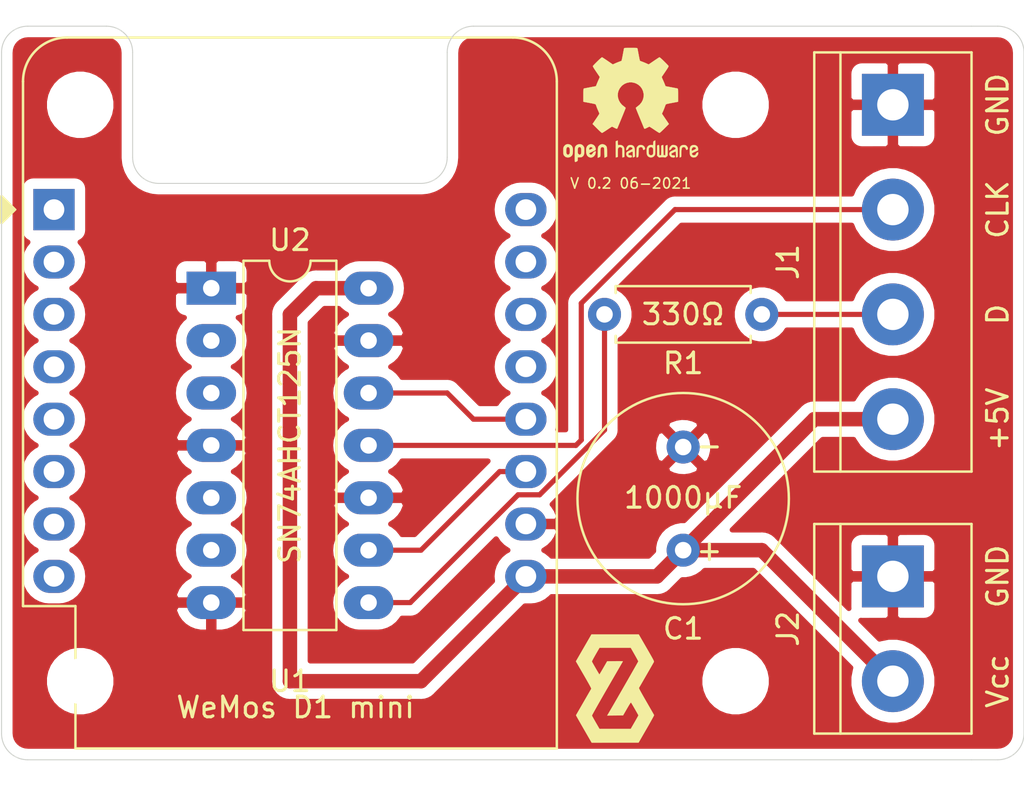
<source format=kicad_pcb>
(kicad_pcb (version 20171130) (host pcbnew "(5.1.9-0-10_14)")

  (general
    (thickness 1.6)
    (drawings 27)
    (tracks 28)
    (zones 0)
    (modules 12)
    (nets 24)
  )

  (page A4)
  (layers
    (0 F.Cu signal)
    (31 B.Cu signal)
    (32 B.Adhes user)
    (33 F.Adhes user)
    (34 B.Paste user)
    (35 F.Paste user)
    (36 B.SilkS user)
    (37 F.SilkS user)
    (38 B.Mask user)
    (39 F.Mask user)
    (40 Dwgs.User user)
    (41 Cmts.User user)
    (42 Eco1.User user)
    (43 Eco2.User user)
    (44 Edge.Cuts user)
    (45 Margin user)
    (46 B.CrtYd user)
    (47 F.CrtYd user)
    (48 B.Fab user)
    (49 F.Fab user)
  )

  (setup
    (last_trace_width 0.25)
    (trace_clearance 0.2)
    (zone_clearance 0.508)
    (zone_45_only no)
    (trace_min 0.2)
    (via_size 0.8)
    (via_drill 0.4)
    (via_min_size 0.4)
    (via_min_drill 0.3)
    (uvia_size 0.3)
    (uvia_drill 0.1)
    (uvias_allowed no)
    (uvia_min_size 0.2)
    (uvia_min_drill 0.1)
    (edge_width 0.05)
    (segment_width 0.2)
    (pcb_text_width 0.3)
    (pcb_text_size 1.5 1.5)
    (mod_edge_width 0.12)
    (mod_text_size 1 1)
    (mod_text_width 0.15)
    (pad_size 1.524 1.524)
    (pad_drill 0.762)
    (pad_to_mask_clearance 0)
    (aux_axis_origin 0 0)
    (visible_elements FFFFFF7F)
    (pcbplotparams
      (layerselection 0x010fc_ffffffff)
      (usegerberextensions false)
      (usegerberattributes true)
      (usegerberadvancedattributes true)
      (creategerberjobfile true)
      (excludeedgelayer true)
      (linewidth 0.100000)
      (plotframeref false)
      (viasonmask false)
      (mode 1)
      (useauxorigin false)
      (hpglpennumber 1)
      (hpglpenspeed 20)
      (hpglpendiameter 15.000000)
      (psnegative false)
      (psa4output false)
      (plotreference true)
      (plotvalue true)
      (plotinvisibletext false)
      (padsonsilk false)
      (subtractmaskfromsilk false)
      (outputformat 1)
      (mirror false)
      (drillshape 0)
      (scaleselection 1)
      (outputdirectory "Gerber/"))
  )

  (net 0 "")
  (net 1 GND)
  (net 2 +5V)
  (net 3 "Net-(J1-Pad3)")
  (net 4 "Net-(J1-Pad2)")
  (net 5 "Net-(R1-Pad2)")
  (net 6 /TX)
  (net 7 /RX)
  (net 8 "Net-(U1-Pad14)")
  (net 9 "Net-(U1-Pad13)")
  (net 10 "Net-(U1-Pad12)")
  (net 11 "Net-(U1-Pad11)")
  (net 12 "Net-(U1-Pad8)")
  (net 13 "Net-(U1-Pad7)")
  (net 14 "Net-(U1-Pad6)")
  (net 15 "Net-(U1-Pad5)")
  (net 16 "Net-(U1-Pad4)")
  (net 17 "Net-(U1-Pad3)")
  (net 18 /RST)
  (net 19 "Net-(U1-Pad2)")
  (net 20 "Net-(U2-Pad6)")
  (net 21 "Net-(U2-Pad5)")
  (net 22 "Net-(U2-Pad3)")
  (net 23 "Net-(U2-Pad2)")

  (net_class Default "This is the default net class."
    (clearance 0.2)
    (trace_width 0.25)
    (via_dia 0.8)
    (via_drill 0.4)
    (uvia_dia 0.3)
    (uvia_drill 0.1)
    (add_net /RST)
    (add_net /RX)
    (add_net /TX)
    (add_net GND)
    (add_net "Net-(J1-Pad2)")
    (add_net "Net-(J1-Pad3)")
    (add_net "Net-(R1-Pad2)")
    (add_net "Net-(U1-Pad11)")
    (add_net "Net-(U1-Pad12)")
    (add_net "Net-(U1-Pad13)")
    (add_net "Net-(U1-Pad14)")
    (add_net "Net-(U1-Pad2)")
    (add_net "Net-(U1-Pad3)")
    (add_net "Net-(U1-Pad4)")
    (add_net "Net-(U1-Pad5)")
    (add_net "Net-(U1-Pad6)")
    (add_net "Net-(U1-Pad7)")
    (add_net "Net-(U1-Pad8)")
    (add_net "Net-(U2-Pad2)")
    (add_net "Net-(U2-Pad3)")
    (add_net "Net-(U2-Pad5)")
    (add_net "Net-(U2-Pad6)")
  )

  (net_class +5V ""
    (clearance 0.2)
    (trace_width 0.7)
    (via_dia 0.8)
    (via_drill 0.4)
    (uvia_dia 0.3)
    (uvia_drill 0.1)
    (add_net +5V)
  )

  (module MountingHole:MountingHole_2.2mm_M2 (layer F.Cu) (tedit 56D1B4CB) (tstamp 60B79503)
    (at 124.46 91.44)
    (descr "Mounting Hole 2.2mm, no annular, M2")
    (tags "mounting hole 2.2mm no annular m2")
    (attr virtual)
    (fp_text reference REF** (at 0 -3.2) (layer F.SilkS) hide
      (effects (font (size 1 1) (thickness 0.15)))
    )
    (fp_text value MountingHole_2.2mm_M2 (at 0 3.2) (layer F.Fab) hide
      (effects (font (size 1 1) (thickness 0.15)))
    )
    (fp_circle (center 0 0) (end 2.2 0) (layer Cmts.User) (width 0.15))
    (fp_circle (center 0 0) (end 2.45 0) (layer F.CrtYd) (width 0.05))
    (fp_text user %R (at 0.3 0) (layer F.Fab)
      (effects (font (size 1 1) (thickness 0.15)))
    )
    (pad 1 np_thru_hole circle (at 0 0) (size 2.2 2.2) (drill 2.2) (layers *.Cu *.Mask))
  )

  (module Module:WEMOS_D1_mini_light (layer F.Cu) (tedit 5BBFB1CE) (tstamp 60B7DC5B)
    (at 91.44 68.58)
    (descr "16-pin module, column spacing 22.86 mm (900 mils), https://wiki.wemos.cc/products:d1:d1_mini, https://c1.staticflickr.com/1/734/31400410271_f278b087db_z.jpg")
    (tags "ESP8266 WiFi microcontroller")
    (path /60B48798)
    (fp_text reference U1 (at 11.43 22.86) (layer F.SilkS)
      (effects (font (size 1 1) (thickness 0.15)))
    )
    (fp_text value "WeMos D1 mini" (at 11.7 24.13) (layer F.SilkS)
      (effects (font (size 1 1) (thickness 0.15)))
    )
    (fp_line (start 1.04 26.12) (end 24.36 26.12) (layer F.SilkS) (width 0.12))
    (fp_line (start -1.5 19.22) (end -1.5 -6.21) (layer F.SilkS) (width 0.12))
    (fp_line (start 24.36 26.12) (end 24.36 -6.21) (layer F.SilkS) (width 0.12))
    (fp_line (start 22.24 -8.34) (end 0.63 -8.34) (layer F.SilkS) (width 0.12))
    (fp_line (start 1.17 25.99) (end 24.23 25.99) (layer F.Fab) (width 0.1))
    (fp_line (start 24.23 25.99) (end 24.23 -6.21) (layer F.Fab) (width 0.1))
    (fp_line (start 22.23 -8.21) (end 0.63 -8.21) (layer F.Fab) (width 0.1))
    (fp_line (start -1.37 1) (end -1.37 19.09) (layer F.Fab) (width 0.1))
    (fp_line (start -1.62 -8.46) (end 24.48 -8.46) (layer F.CrtYd) (width 0.05))
    (fp_line (start 24.48 -8.41) (end 24.48 26.24) (layer F.CrtYd) (width 0.05))
    (fp_line (start 24.48 26.24) (end -1.62 26.24) (layer F.CrtYd) (width 0.05))
    (fp_line (start -1.62 26.24) (end -1.62 -8.46) (layer F.CrtYd) (width 0.05))
    (fp_poly (pts (xy -2.54 -0.635) (xy -2.54 0.635) (xy -1.905 0)) (layer F.SilkS) (width 0.15))
    (fp_line (start -1.35 -1.4) (end 24.25 -1.4) (layer Dwgs.User) (width 0.1))
    (fp_line (start 24.25 -1.4) (end 24.25 -8.2) (layer Dwgs.User) (width 0.1))
    (fp_line (start 24.25 -8.2) (end -1.35 -8.2) (layer Dwgs.User) (width 0.1))
    (fp_line (start -1.35 -8.2) (end -1.35 -1.4) (layer Dwgs.User) (width 0.1))
    (fp_line (start -1.35 -1.4) (end 5.45 -8.2) (layer Dwgs.User) (width 0.1))
    (fp_line (start 0.65 -1.4) (end 7.45 -8.2) (layer Dwgs.User) (width 0.1))
    (fp_line (start 2.65 -1.4) (end 9.45 -8.2) (layer Dwgs.User) (width 0.1))
    (fp_line (start 4.65 -1.4) (end 11.45 -8.2) (layer Dwgs.User) (width 0.1))
    (fp_line (start 6.65 -1.4) (end 13.45 -8.2) (layer Dwgs.User) (width 0.1))
    (fp_line (start 8.65 -1.4) (end 15.45 -8.2) (layer Dwgs.User) (width 0.1))
    (fp_line (start 10.65 -1.4) (end 17.45 -8.2) (layer Dwgs.User) (width 0.1))
    (fp_line (start 12.65 -1.4) (end 19.45 -8.2) (layer Dwgs.User) (width 0.1))
    (fp_line (start 14.65 -1.4) (end 21.45 -8.2) (layer Dwgs.User) (width 0.1))
    (fp_line (start 16.65 -1.4) (end 23.45 -8.2) (layer Dwgs.User) (width 0.1))
    (fp_line (start 18.65 -1.4) (end 24.25 -7) (layer Dwgs.User) (width 0.1))
    (fp_line (start 20.65 -1.4) (end 24.25 -5) (layer Dwgs.User) (width 0.1))
    (fp_line (start 22.65 -1.4) (end 24.25 -3) (layer Dwgs.User) (width 0.1))
    (fp_line (start -1.35 -3.4) (end 3.45 -8.2) (layer Dwgs.User) (width 0.1))
    (fp_line (start -1.3 -5.45) (end 1.45 -8.2) (layer Dwgs.User) (width 0.1))
    (fp_line (start -1.35 -7.4) (end -0.55 -8.2) (layer Dwgs.User) (width 0.1))
    (fp_line (start -1.37 19.09) (end 1.17 19.09) (layer F.Fab) (width 0.1))
    (fp_line (start 1.17 19.09) (end 1.17 25.99) (layer F.Fab) (width 0.1))
    (fp_line (start -1.37 -6.21) (end -1.37 -1) (layer F.Fab) (width 0.1))
    (fp_line (start -1.37 1) (end -0.37 0) (layer F.Fab) (width 0.1))
    (fp_line (start -0.37 0) (end -1.37 -1) (layer F.Fab) (width 0.1))
    (fp_line (start -1.5 19.22) (end 1.04 19.22) (layer F.SilkS) (width 0.12))
    (fp_line (start 1.04 19.22) (end 1.04 26.12) (layer F.SilkS) (width 0.12))
    (fp_text user "No copper" (at 11.43 -3.81) (layer Cmts.User)
      (effects (font (size 1 1) (thickness 0.15)))
    )
    (fp_arc (start 22.23 -6.21) (end 24.36 -6.21) (angle -90) (layer F.SilkS) (width 0.12))
    (fp_arc (start 0.63 -6.21) (end 0.63 -8.34) (angle -90) (layer F.SilkS) (width 0.12))
    (fp_arc (start 22.23 -6.21) (end 24.23 -6.19) (angle -90) (layer F.Fab) (width 0.1))
    (fp_arc (start 0.63 -6.21) (end 0.63 -8.21) (angle -90) (layer F.Fab) (width 0.1))
    (fp_text user %R (at 11.43 10) (layer F.Fab)
      (effects (font (size 1 1) (thickness 0.15)))
    )
    (pad 16 thru_hole oval (at 22.86 0) (size 2 1.6) (drill 1) (layers *.Cu *.Mask)
      (net 6 /TX))
    (pad 15 thru_hole oval (at 22.86 2.54) (size 2 1.6) (drill 1) (layers *.Cu *.Mask)
      (net 7 /RX))
    (pad 14 thru_hole oval (at 22.86 5.08) (size 2 1.6) (drill 1) (layers *.Cu *.Mask)
      (net 8 "Net-(U1-Pad14)"))
    (pad 13 thru_hole oval (at 22.86 7.62) (size 2 1.6) (drill 1) (layers *.Cu *.Mask)
      (net 9 "Net-(U1-Pad13)"))
    (pad 12 thru_hole oval (at 22.86 10.16) (size 2 1.6) (drill 1) (layers *.Cu *.Mask)
      (net 10 "Net-(U1-Pad12)"))
    (pad 11 thru_hole oval (at 22.86 12.7) (size 2 1.6) (drill 1) (layers *.Cu *.Mask)
      (net 11 "Net-(U1-Pad11)"))
    (pad 10 thru_hole oval (at 22.86 15.24) (size 2 1.6) (drill 1) (layers *.Cu *.Mask)
      (net 1 GND))
    (pad 9 thru_hole oval (at 22.86 17.78) (size 2 1.6) (drill 1) (layers *.Cu *.Mask)
      (net 2 +5V))
    (pad 8 thru_hole oval (at 0 17.78) (size 2 1.6) (drill 1) (layers *.Cu *.Mask)
      (net 12 "Net-(U1-Pad8)"))
    (pad 7 thru_hole oval (at 0 15.24) (size 2 1.6) (drill 1) (layers *.Cu *.Mask)
      (net 13 "Net-(U1-Pad7)"))
    (pad 6 thru_hole oval (at 0 12.7) (size 2 1.6) (drill 1) (layers *.Cu *.Mask)
      (net 14 "Net-(U1-Pad6)"))
    (pad 5 thru_hole oval (at 0 10.16) (size 2 1.6) (drill 1) (layers *.Cu *.Mask)
      (net 15 "Net-(U1-Pad5)"))
    (pad 4 thru_hole oval (at 0 7.62) (size 2 1.6) (drill 1) (layers *.Cu *.Mask)
      (net 16 "Net-(U1-Pad4)"))
    (pad 3 thru_hole oval (at 0 5.08) (size 2 1.6) (drill 1) (layers *.Cu *.Mask)
      (net 17 "Net-(U1-Pad3)"))
    (pad 1 thru_hole rect (at 0 0) (size 2 2) (drill 1) (layers *.Cu *.Mask)
      (net 18 /RST))
    (pad 2 thru_hole oval (at 0 2.54) (size 2 1.6) (drill 1) (layers *.Cu *.Mask)
      (net 19 "Net-(U1-Pad2)"))
    (model ${KISYS3DMOD}/Module.3dshapes/WEMOS_D1_mini_light.wrl
      (at (xyz 0 0 0))
      (scale (xyz 1 1 1))
      (rotate (xyz 0 0 0))
    )
    (model ${KISYS3DMOD}/Connector_PinHeader_2.54mm.3dshapes/PinHeader_1x08_P2.54mm_Vertical.wrl
      (offset (xyz 0 0 9.5))
      (scale (xyz 1 1 1))
      (rotate (xyz 0 -180 0))
    )
    (model ${KISYS3DMOD}/Connector_PinHeader_2.54mm.3dshapes/PinHeader_1x08_P2.54mm_Vertical.wrl
      (offset (xyz 22.86 0 9.5))
      (scale (xyz 1 1 1))
      (rotate (xyz 0 -180 0))
    )
    (model ${KISYS3DMOD}/Connector_PinSocket_2.54mm.3dshapes/PinSocket_1x08_P2.54mm_Vertical.wrl
      (at (xyz 0 0 0))
      (scale (xyz 1 1 1))
      (rotate (xyz 0 0 0))
    )
    (model ${KISYS3DMOD}/Connector_PinSocket_2.54mm.3dshapes/PinSocket_1x08_P2.54mm_Vertical.wrl
      (offset (xyz 22.86 0 0))
      (scale (xyz 1 1 1))
      (rotate (xyz 0 0 0))
    )
  )

  (module Symbol:ZOESCH_Logo_3.8x5.3mm_SilkScreen (layer F.Cu) (tedit 60B74FFD) (tstamp 60B7CEE5)
    (at 118.11 91.44)
    (fp_text reference G*** (at 0 0) (layer F.SilkS) hide
      (effects (font (size 1.524 1.524) (thickness 0.3)))
    )
    (fp_text value LOGO (at 0.75 0) (layer F.SilkS) hide
      (effects (font (size 1.524 1.524) (thickness 0.3)))
    )
    (fp_poly (pts (xy 2.033686 -1.616767) (xy 2.116825 -1.472687) (xy 2.186737 -1.350979) (xy 2.244469 -1.249669)
      (xy 2.291065 -1.166781) (xy 2.32757 -1.10034) (xy 2.355029 -1.04837) (xy 2.374487 -1.008895)
      (xy 2.38699 -0.979941) (xy 2.393581 -0.959531) (xy 2.395307 -0.945691) (xy 2.393383 -0.936811)
      (xy 2.384504 -0.920469) (xy 2.363158 -0.882551) (xy 2.330987 -0.825918) (xy 2.289639 -0.753433)
      (xy 2.240758 -0.667959) (xy 2.18599 -0.572357) (xy 2.12698 -0.469491) (xy 2.065373 -0.362222)
      (xy 2.002816 -0.253413) (xy 1.940953 -0.145928) (xy 1.88143 -0.042627) (xy 1.825892 0.053626)
      (xy 1.775984 0.13997) (xy 1.733353 0.213541) (xy 1.699643 0.271477) (xy 1.676499 0.310915)
      (xy 1.668027 0.325071) (xy 1.668724 0.336727) (xy 1.678021 0.361678) (xy 1.696675 0.401331)
      (xy 1.725446 0.457095) (xy 1.765092 0.530379) (xy 1.816371 0.622591) (xy 1.880043 0.73514)
      (xy 1.956867 0.869435) (xy 2.024289 0.986517) (xy 2.095327 1.109723) (xy 2.162144 1.225833)
      (xy 2.223398 1.332499) (xy 2.277747 1.427374) (xy 2.323848 1.508109) (xy 2.36036 1.572358)
      (xy 2.385941 1.617771) (xy 2.399248 1.642001) (xy 2.400811 1.645177) (xy 2.395307 1.660605)
      (xy 2.376864 1.698107) (xy 2.346751 1.755375) (xy 2.306239 1.8301) (xy 2.256599 1.919973)
      (xy 2.1991 2.022685) (xy 2.135013 2.135926) (xy 2.065608 2.257387) (xy 2.029279 2.320531)
      (xy 1.65059 2.977234) (xy -0.623812 2.977688) (xy -1.003556 2.318863) (xy -1.075251 2.194259)
      (xy -1.142439 2.077065) (xy -1.20384 1.969543) (xy -1.258174 1.873956) (xy -1.30416 1.792565)
      (xy -1.340519 1.727633) (xy -1.365969 1.681421) (xy -1.379232 1.656192) (xy -1.380886 1.652113)
      (xy -1.373561 1.638706) (xy -1.353444 1.603204) (xy -1.321874 1.547939) (xy -1.280191 1.475243)
      (xy -1.229734 1.387449) (xy -1.171843 1.286891) (xy -1.107858 1.175901) (xy -1.039119 1.056811)
      (xy -1.019761 1.023299) (xy -0.949454 0.901561) (xy -0.883116 0.786606) (xy -0.822148 0.68087)
      (xy -0.767954 0.586791) (xy -0.721937 0.506808) (xy -0.6855 0.443356) (xy -0.660046 0.398875)
      (xy -0.646979 0.3758) (xy -0.64584 0.373714) (xy -0.644012 0.364651) (xy -0.646527 0.349982)
      (xy -0.654407 0.327783) (xy -0.668675 0.296129) (xy -0.690354 0.253094) (xy -0.720465 0.196754)
      (xy -0.760032 0.125183) (xy -0.810077 0.036457) (xy -0.871623 -0.071349) (xy -0.945692 -0.200161)
      (xy -1.008254 -0.308559) (xy -1.381415 -0.954413) (xy -0.611785 -0.954413) (xy -0.603585 -0.936548)
      (xy -0.583735 -0.899178) (xy -0.554524 -0.846266) (xy -0.518243 -0.781776) (xy -0.477182 -0.709672)
      (xy -0.433631 -0.633919) (xy -0.38988 -0.558479) (xy -0.34822 -0.487317) (xy -0.310939 -0.424397)
      (xy -0.280329 -0.373683) (xy -0.25868 -0.339138) (xy -0.248281 -0.324727) (xy -0.247882 -0.324538)
      (xy -0.239101 -0.33632) (xy -0.218249 -0.369401) (xy -0.18725 -0.420571) (xy -0.148028 -0.486621)
      (xy -0.102506 -0.564342) (xy -0.055464 -0.645566) (xy 0.12937 -0.966368) (xy 0.513482 -0.970124)
      (xy 0.63399 -0.970995) (xy 0.728409 -0.970933) (xy 0.798858 -0.969869) (xy 0.847457 -0.967729)
      (xy 0.876326 -0.964444) (xy 0.887583 -0.95994) (xy 0.887484 -0.957522) (xy 0.879186 -0.94331)
      (xy 0.857713 -0.906273) (xy 0.823998 -0.848032) (xy 0.778977 -0.770202) (xy 0.723586 -0.674401)
      (xy 0.658758 -0.562249) (xy 0.585429 -0.435361) (xy 0.504534 -0.295357) (xy 0.417008 -0.143853)
      (xy 0.323786 0.017532) (xy 0.225803 0.187182) (xy 0.130904 0.351512) (xy 0.0261 0.533315)
      (xy -0.073706 0.707061) (xy -0.167658 0.871231) (xy -0.254903 1.024308) (xy -0.334589 1.164775)
      (xy -0.405859 1.291114) (xy -0.467862 1.401809) (xy -0.519743 1.495342) (xy -0.560648 1.570195)
      (xy -0.589723 1.624852) (xy -0.606115 1.657794) (xy -0.609559 1.667396) (xy -0.601088 1.68557)
      (xy -0.580392 1.724578) (xy -0.549445 1.780865) (xy -0.510218 1.850873) (xy -0.464684 1.931047)
      (xy -0.423647 2.002535) (xy -0.243742 2.314466) (xy 1.27 2.314466) (xy 1.456767 1.990389)
      (xy 1.506525 1.903715) (xy 1.55129 1.825093) (xy 1.589219 1.757818) (xy 1.618465 1.705182)
      (xy 1.637182 1.670478) (xy 1.643534 1.657071) (xy 1.636766 1.642373) (xy 1.618016 1.607401)
      (xy 1.589615 1.556206) (xy 1.553895 1.492838) (xy 1.513187 1.421345) (xy 1.469824 1.345778)
      (xy 1.426136 1.270187) (xy 1.384456 1.198622) (xy 1.347114 1.135131) (xy 1.316443 1.083766)
      (xy 1.294774 1.048575) (xy 1.284801 1.033975) (xy 1.276498 1.034025) (xy 1.262034 1.047895)
      (xy 1.240091 1.077574) (xy 1.209349 1.125054) (xy 1.168491 1.192324) (xy 1.116196 1.281375)
      (xy 1.083808 1.337364) (xy 0.898848 1.658299) (xy 0.514717 1.662056) (xy 0.130587 1.665814)
      (xy 0.157718 1.619723) (xy 0.205093 1.538924) (xy 0.26167 1.44189) (xy 0.326352 1.330535)
      (xy 0.398041 1.206776) (xy 0.47564 1.072528) (xy 0.55805 0.929706) (xy 0.644175 0.780226)
      (xy 0.732916 0.626003) (xy 0.823176 0.468954) (xy 0.913857 0.310993) (xy 1.003862 0.154037)
      (xy 1.092092 0) (xy 1.17745 -0.149201) (xy 1.258839 -0.291652) (xy 1.33516 -0.425436)
      (xy 1.405316 -0.548638) (xy 1.46821 -0.659343) (xy 1.522743 -0.755634) (xy 1.567818 -0.835597)
      (xy 1.602338 -0.897316) (xy 1.625204 -0.938876) (xy 1.635319 -0.95836) (xy 1.635727 -0.95953)
      (xy 1.629155 -0.977119) (xy 1.610256 -1.015632) (xy 1.580888 -1.071593) (xy 1.542906 -1.141528)
      (xy 1.498168 -1.221961) (xy 1.453034 -1.301546) (xy 1.26959 -1.622178) (xy 0.513816 -1.622356)
      (xy -0.241957 -1.622534) (xy -0.42917 -1.29816) (xy -0.47894 -1.210932) (xy -0.523387 -1.13112)
      (xy -0.5607 -1.062134) (xy -0.589068 -1.007382) (xy -0.606679 -0.970274) (xy -0.611785 -0.954413)
      (xy -1.381415 -0.954413) (xy -1.385878 -0.962136) (xy -0.633788 -2.26459) (xy 1.659349 -2.26459)
      (xy 2.033686 -1.616767)) (layer F.SilkS) (width 0.01))
  )

  (module MountingHole:MountingHole_2.2mm_M2 (layer F.Cu) (tedit 56D1B4CB) (tstamp 60B7A208)
    (at 92.71 63.5)
    (descr "Mounting Hole 2.2mm, no annular, M2")
    (tags "mounting hole 2.2mm no annular m2")
    (attr virtual)
    (fp_text reference REF** (at 0 -3.2) (layer F.SilkS) hide
      (effects (font (size 1 1) (thickness 0.15)))
    )
    (fp_text value MountingHole_2.2mm_M2 (at 0 3.2) (layer F.Fab) hide
      (effects (font (size 1 1) (thickness 0.15)))
    )
    (fp_circle (center 0 0) (end 2.45 0) (layer F.CrtYd) (width 0.05))
    (fp_circle (center 0 0) (end 2.2 0) (layer Cmts.User) (width 0.15))
    (fp_text user %R (at 0.3 0) (layer F.Fab)
      (effects (font (size 1 1) (thickness 0.15)))
    )
    (pad 1 np_thru_hole circle (at 0 0) (size 2.2 2.2) (drill 2.2) (layers *.Cu *.Mask))
  )

  (module MountingHole:MountingHole_2.2mm_M2 (layer F.Cu) (tedit 56D1B4CB) (tstamp 60B7A1CF)
    (at 92.71 91.44)
    (descr "Mounting Hole 2.2mm, no annular, M2")
    (tags "mounting hole 2.2mm no annular m2")
    (attr virtual)
    (fp_text reference REF** (at 0 -3.2) (layer F.SilkS) hide
      (effects (font (size 1 1) (thickness 0.15)))
    )
    (fp_text value MountingHole_2.2mm_M2 (at 0 3.2) (layer F.Fab) hide
      (effects (font (size 1 1) (thickness 0.15)))
    )
    (fp_circle (center 0 0) (end 2.45 0) (layer F.CrtYd) (width 0.05))
    (fp_circle (center 0 0) (end 2.2 0) (layer Cmts.User) (width 0.15))
    (fp_text user %R (at 0.3 0) (layer F.Fab)
      (effects (font (size 1 1) (thickness 0.15)))
    )
    (pad 1 np_thru_hole circle (at 0 0) (size 2.2 2.2) (drill 2.2) (layers *.Cu *.Mask))
  )

  (module Symbol:OSHW-Logo2_7.3x6mm_SilkScreen (layer F.Cu) (tedit 0) (tstamp 60B79CA6)
    (at 119.38 63.5)
    (descr "Open Source Hardware Symbol")
    (tags "Logo Symbol OSHW")
    (attr virtual)
    (fp_text reference REF** (at 0 0) (layer F.SilkS) hide
      (effects (font (size 1 1) (thickness 0.15)))
    )
    (fp_text value OSHW-Logo2_7.3x6mm_SilkScreen (at 0.75 0) (layer F.Fab) hide
      (effects (font (size 1 1) (thickness 0.15)))
    )
    (fp_poly (pts (xy 0.10391 -2.757652) (xy 0.182454 -2.757222) (xy 0.239298 -2.756058) (xy 0.278105 -2.753793)
      (xy 0.302538 -2.75006) (xy 0.316262 -2.744494) (xy 0.32294 -2.736727) (xy 0.326236 -2.726395)
      (xy 0.326556 -2.725057) (xy 0.331562 -2.700921) (xy 0.340829 -2.653299) (xy 0.353392 -2.587259)
      (xy 0.368287 -2.507872) (xy 0.384551 -2.420204) (xy 0.385119 -2.417125) (xy 0.40141 -2.331211)
      (xy 0.416652 -2.255304) (xy 0.429861 -2.193955) (xy 0.440054 -2.151718) (xy 0.446248 -2.133145)
      (xy 0.446543 -2.132816) (xy 0.464788 -2.123747) (xy 0.502405 -2.108633) (xy 0.551271 -2.090738)
      (xy 0.551543 -2.090642) (xy 0.613093 -2.067507) (xy 0.685657 -2.038035) (xy 0.754057 -2.008403)
      (xy 0.757294 -2.006938) (xy 0.868702 -1.956374) (xy 1.115399 -2.12484) (xy 1.191077 -2.176197)
      (xy 1.259631 -2.222111) (xy 1.317088 -2.25997) (xy 1.359476 -2.287163) (xy 1.382825 -2.301079)
      (xy 1.385042 -2.302111) (xy 1.40201 -2.297516) (xy 1.433701 -2.275345) (xy 1.481352 -2.234553)
      (xy 1.546198 -2.174095) (xy 1.612397 -2.109773) (xy 1.676214 -2.046388) (xy 1.733329 -1.988549)
      (xy 1.780305 -1.939825) (xy 1.813703 -1.90379) (xy 1.830085 -1.884016) (xy 1.830694 -1.882998)
      (xy 1.832505 -1.869428) (xy 1.825683 -1.847267) (xy 1.80854 -1.813522) (xy 1.779393 -1.7652)
      (xy 1.736555 -1.699308) (xy 1.679448 -1.614483) (xy 1.628766 -1.539823) (xy 1.583461 -1.47286)
      (xy 1.54615 -1.417484) (xy 1.519452 -1.37758) (xy 1.505985 -1.357038) (xy 1.505137 -1.355644)
      (xy 1.506781 -1.335962) (xy 1.519245 -1.297707) (xy 1.540048 -1.248111) (xy 1.547462 -1.232272)
      (xy 1.579814 -1.16171) (xy 1.614328 -1.081647) (xy 1.642365 -1.012371) (xy 1.662568 -0.960955)
      (xy 1.678615 -0.921881) (xy 1.687888 -0.901459) (xy 1.689041 -0.899886) (xy 1.706096 -0.897279)
      (xy 1.746298 -0.890137) (xy 1.804302 -0.879477) (xy 1.874763 -0.866315) (xy 1.952335 -0.851667)
      (xy 2.031672 -0.836551) (xy 2.107431 -0.821982) (xy 2.174264 -0.808978) (xy 2.226828 -0.798555)
      (xy 2.259776 -0.79173) (xy 2.267857 -0.789801) (xy 2.276205 -0.785038) (xy 2.282506 -0.774282)
      (xy 2.287045 -0.753902) (xy 2.290104 -0.720266) (xy 2.291967 -0.669745) (xy 2.292918 -0.598708)
      (xy 2.29324 -0.503524) (xy 2.293257 -0.464508) (xy 2.293257 -0.147201) (xy 2.217057 -0.132161)
      (xy 2.174663 -0.124005) (xy 2.1114 -0.112101) (xy 2.034962 -0.097884) (xy 1.953043 -0.08279)
      (xy 1.9304 -0.078645) (xy 1.854806 -0.063947) (xy 1.788953 -0.049495) (xy 1.738366 -0.036625)
      (xy 1.708574 -0.026678) (xy 1.703612 -0.023713) (xy 1.691426 -0.002717) (xy 1.673953 0.037967)
      (xy 1.654577 0.090322) (xy 1.650734 0.1016) (xy 1.625339 0.171523) (xy 1.593817 0.250418)
      (xy 1.562969 0.321266) (xy 1.562817 0.321595) (xy 1.511447 0.432733) (xy 1.680399 0.681253)
      (xy 1.849352 0.929772) (xy 1.632429 1.147058) (xy 1.566819 1.211726) (xy 1.506979 1.268733)
      (xy 1.456267 1.315033) (xy 1.418046 1.347584) (xy 1.395675 1.363343) (xy 1.392466 1.364343)
      (xy 1.373626 1.356469) (xy 1.33518 1.334578) (xy 1.28133 1.301267) (xy 1.216276 1.259131)
      (xy 1.14594 1.211943) (xy 1.074555 1.16381) (xy 1.010908 1.121928) (xy 0.959041 1.088871)
      (xy 0.922995 1.067218) (xy 0.906867 1.059543) (xy 0.887189 1.066037) (xy 0.849875 1.08315)
      (xy 0.802621 1.107326) (xy 0.797612 1.110013) (xy 0.733977 1.141927) (xy 0.690341 1.157579)
      (xy 0.663202 1.157745) (xy 0.649057 1.143204) (xy 0.648975 1.143) (xy 0.641905 1.125779)
      (xy 0.625042 1.084899) (xy 0.599695 1.023525) (xy 0.567171 0.944819) (xy 0.528778 0.851947)
      (xy 0.485822 0.748072) (xy 0.444222 0.647502) (xy 0.398504 0.536516) (xy 0.356526 0.433703)
      (xy 0.319548 0.342215) (xy 0.288827 0.265201) (xy 0.265622 0.205815) (xy 0.25119 0.167209)
      (xy 0.246743 0.1528) (xy 0.257896 0.136272) (xy 0.287069 0.10993) (xy 0.325971 0.080887)
      (xy 0.436757 -0.010961) (xy 0.523351 -0.116241) (xy 0.584716 -0.232734) (xy 0.619815 -0.358224)
      (xy 0.627608 -0.490493) (xy 0.621943 -0.551543) (xy 0.591078 -0.678205) (xy 0.53792 -0.790059)
      (xy 0.465767 -0.885999) (xy 0.377917 -0.964924) (xy 0.277665 -1.02573) (xy 0.16831 -1.067313)
      (xy 0.053147 -1.088572) (xy -0.064525 -1.088401) (xy -0.18141 -1.065699) (xy -0.294211 -1.019362)
      (xy -0.399631 -0.948287) (xy -0.443632 -0.908089) (xy -0.528021 -0.804871) (xy -0.586778 -0.692075)
      (xy -0.620296 -0.57299) (xy -0.628965 -0.450905) (xy -0.613177 -0.329107) (xy -0.573322 -0.210884)
      (xy -0.509793 -0.099525) (xy -0.422979 0.001684) (xy -0.325971 0.080887) (xy -0.285563 0.111162)
      (xy -0.257018 0.137219) (xy -0.246743 0.152825) (xy -0.252123 0.169843) (xy -0.267425 0.2105)
      (xy -0.291388 0.271642) (xy -0.322756 0.350119) (xy -0.360268 0.44278) (xy -0.402667 0.546472)
      (xy -0.444337 0.647526) (xy -0.49031 0.758607) (xy -0.532893 0.861541) (xy -0.570779 0.953165)
      (xy -0.60266 1.030316) (xy -0.627229 1.089831) (xy -0.64318 1.128544) (xy -0.64909 1.143)
      (xy -0.663052 1.157685) (xy -0.69006 1.157642) (xy -0.733587 1.142099) (xy -0.79711 1.110284)
      (xy -0.797612 1.110013) (xy -0.84544 1.085323) (xy -0.884103 1.067338) (xy -0.905905 1.059614)
      (xy -0.906867 1.059543) (xy -0.923279 1.067378) (xy -0.959513 1.089165) (xy -1.011526 1.122328)
      (xy -1.075275 1.164291) (xy -1.14594 1.211943) (xy -1.217884 1.260191) (xy -1.282726 1.302151)
      (xy -1.336265 1.335227) (xy -1.374303 1.356821) (xy -1.392467 1.364343) (xy -1.409192 1.354457)
      (xy -1.44282 1.326826) (xy -1.48999 1.284495) (xy -1.547342 1.230505) (xy -1.611516 1.167899)
      (xy -1.632503 1.146983) (xy -1.849501 0.929623) (xy -1.684332 0.68722) (xy -1.634136 0.612781)
      (xy -1.590081 0.545972) (xy -1.554638 0.490665) (xy -1.530281 0.450729) (xy -1.519478 0.430036)
      (xy -1.519162 0.428563) (xy -1.524857 0.409058) (xy -1.540174 0.369822) (xy -1.562463 0.31743)
      (xy -1.578107 0.282355) (xy -1.607359 0.215201) (xy -1.634906 0.147358) (xy -1.656263 0.090034)
      (xy -1.662065 0.072572) (xy -1.678548 0.025938) (xy -1.69466 -0.010095) (xy -1.70351 -0.023713)
      (xy -1.72304 -0.032048) (xy -1.765666 -0.043863) (xy -1.825855 -0.057819) (xy -1.898078 -0.072578)
      (xy -1.9304 -0.078645) (xy -2.012478 -0.093727) (xy -2.091205 -0.108331) (xy -2.158891 -0.12102)
      (xy -2.20784 -0.130358) (xy -2.217057 -0.132161) (xy -2.293257 -0.147201) (xy -2.293257 -0.464508)
      (xy -2.293086 -0.568846) (xy -2.292384 -0.647787) (xy -2.290866 -0.704962) (xy -2.288251 -0.744001)
      (xy -2.284254 -0.768535) (xy -2.278591 -0.782195) (xy -2.27098 -0.788611) (xy -2.267857 -0.789801)
      (xy -2.249022 -0.79402) (xy -2.207412 -0.802438) (xy -2.14837 -0.814039) (xy -2.077243 -0.827805)
      (xy -1.999375 -0.84272) (xy -1.920113 -0.857768) (xy -1.844802 -0.871931) (xy -1.778787 -0.884194)
      (xy -1.727413 -0.893539) (xy -1.696025 -0.89895) (xy -1.689041 -0.899886) (xy -1.682715 -0.912404)
      (xy -1.66871 -0.945754) (xy -1.649645 -0.993623) (xy -1.642366 -1.012371) (xy -1.613004 -1.084805)
      (xy -1.578429 -1.16483) (xy -1.547463 -1.232272) (xy -1.524677 -1.283841) (xy -1.509518 -1.326215)
      (xy -1.504458 -1.352166) (xy -1.505264 -1.355644) (xy -1.515959 -1.372064) (xy -1.54038 -1.408583)
      (xy -1.575905 -1.461313) (xy -1.619913 -1.526365) (xy -1.669783 -1.599849) (xy -1.679644 -1.614355)
      (xy -1.737508 -1.700296) (xy -1.780044 -1.765739) (xy -1.808946 -1.813696) (xy -1.82591 -1.84718)
      (xy -1.832633 -1.869205) (xy -1.83081 -1.882783) (xy -1.830764 -1.882869) (xy -1.816414 -1.900703)
      (xy -1.784677 -1.935183) (xy -1.73899 -1.982732) (xy -1.682796 -2.039778) (xy -1.619532 -2.102745)
      (xy -1.612398 -2.109773) (xy -1.53267 -2.18698) (xy -1.471143 -2.24367) (xy -1.426579 -2.28089)
      (xy -1.397743 -2.299685) (xy -1.385042 -2.302111) (xy -1.366506 -2.291529) (xy -1.328039 -2.267084)
      (xy -1.273614 -2.231388) (xy -1.207202 -2.187053) (xy -1.132775 -2.136689) (xy -1.115399 -2.12484)
      (xy -0.868703 -1.956374) (xy -0.757294 -2.006938) (xy -0.689543 -2.036405) (xy -0.616817 -2.066041)
      (xy -0.554297 -2.08967) (xy -0.551543 -2.090642) (xy -0.50264 -2.108543) (xy -0.464943 -2.12368)
      (xy -0.446575 -2.13279) (xy -0.446544 -2.132816) (xy -0.440715 -2.149283) (xy -0.430808 -2.189781)
      (xy -0.417805 -2.249758) (xy -0.402691 -2.32466) (xy -0.386448 -2.409936) (xy -0.385119 -2.417125)
      (xy -0.368825 -2.504986) (xy -0.353867 -2.58474) (xy -0.341209 -2.651319) (xy -0.331814 -2.699653)
      (xy -0.326646 -2.724675) (xy -0.326556 -2.725057) (xy -0.323411 -2.735701) (xy -0.317296 -2.743738)
      (xy -0.304547 -2.749533) (xy -0.2815 -2.753453) (xy -0.244491 -2.755865) (xy -0.189856 -2.757135)
      (xy -0.113933 -2.757629) (xy -0.013056 -2.757714) (xy 0 -2.757714) (xy 0.10391 -2.757652)) (layer F.SilkS) (width 0.01))
    (fp_poly (pts (xy 3.153595 1.966966) (xy 3.211021 2.004497) (xy 3.238719 2.038096) (xy 3.260662 2.099064)
      (xy 3.262405 2.147308) (xy 3.258457 2.211816) (xy 3.109686 2.276934) (xy 3.037349 2.310202)
      (xy 2.990084 2.336964) (xy 2.965507 2.360144) (xy 2.961237 2.382667) (xy 2.974889 2.407455)
      (xy 2.989943 2.423886) (xy 3.033746 2.450235) (xy 3.081389 2.452081) (xy 3.125145 2.431546)
      (xy 3.157289 2.390752) (xy 3.163038 2.376347) (xy 3.190576 2.331356) (xy 3.222258 2.312182)
      (xy 3.265714 2.295779) (xy 3.265714 2.357966) (xy 3.261872 2.400283) (xy 3.246823 2.435969)
      (xy 3.21528 2.476943) (xy 3.210592 2.482267) (xy 3.175506 2.51872) (xy 3.145347 2.538283)
      (xy 3.107615 2.547283) (xy 3.076335 2.55023) (xy 3.020385 2.550965) (xy 2.980555 2.54166)
      (xy 2.955708 2.527846) (xy 2.916656 2.497467) (xy 2.889625 2.464613) (xy 2.872517 2.423294)
      (xy 2.863238 2.367521) (xy 2.859693 2.291305) (xy 2.85941 2.252622) (xy 2.860372 2.206247)
      (xy 2.948007 2.206247) (xy 2.949023 2.231126) (xy 2.951556 2.2352) (xy 2.968274 2.229665)
      (xy 3.004249 2.215017) (xy 3.052331 2.19419) (xy 3.062386 2.189714) (xy 3.123152 2.158814)
      (xy 3.156632 2.131657) (xy 3.16399 2.10622) (xy 3.146391 2.080481) (xy 3.131856 2.069109)
      (xy 3.07941 2.046364) (xy 3.030322 2.050122) (xy 2.989227 2.077884) (xy 2.960758 2.127152)
      (xy 2.951631 2.166257) (xy 2.948007 2.206247) (xy 2.860372 2.206247) (xy 2.861285 2.162249)
      (xy 2.868196 2.095384) (xy 2.881884 2.046695) (xy 2.904096 2.010849) (xy 2.936574 1.982513)
      (xy 2.950733 1.973355) (xy 3.015053 1.949507) (xy 3.085473 1.948006) (xy 3.153595 1.966966)) (layer F.SilkS) (width 0.01))
    (fp_poly (pts (xy 2.6526 1.958752) (xy 2.669948 1.966334) (xy 2.711356 1.999128) (xy 2.746765 2.046547)
      (xy 2.768664 2.097151) (xy 2.772229 2.122098) (xy 2.760279 2.156927) (xy 2.734067 2.175357)
      (xy 2.705964 2.186516) (xy 2.693095 2.188572) (xy 2.686829 2.173649) (xy 2.674456 2.141175)
      (xy 2.669028 2.126502) (xy 2.63859 2.075744) (xy 2.59452 2.050427) (xy 2.53801 2.051206)
      (xy 2.533825 2.052203) (xy 2.503655 2.066507) (xy 2.481476 2.094393) (xy 2.466327 2.139287)
      (xy 2.45725 2.204615) (xy 2.453286 2.293804) (xy 2.452914 2.341261) (xy 2.45273 2.416071)
      (xy 2.451522 2.467069) (xy 2.448309 2.499471) (xy 2.442109 2.518495) (xy 2.43194 2.529356)
      (xy 2.416819 2.537272) (xy 2.415946 2.53767) (xy 2.386828 2.549981) (xy 2.372403 2.554514)
      (xy 2.370186 2.540809) (xy 2.368289 2.502925) (xy 2.366847 2.445715) (xy 2.365998 2.374027)
      (xy 2.365829 2.321565) (xy 2.366692 2.220047) (xy 2.37007 2.143032) (xy 2.377142 2.086023)
      (xy 2.389088 2.044526) (xy 2.40709 2.014043) (xy 2.432327 1.99008) (xy 2.457247 1.973355)
      (xy 2.517171 1.951097) (xy 2.586911 1.946076) (xy 2.6526 1.958752)) (layer F.SilkS) (width 0.01))
    (fp_poly (pts (xy 2.144876 1.956335) (xy 2.186667 1.975344) (xy 2.219469 1.998378) (xy 2.243503 2.024133)
      (xy 2.260097 2.057358) (xy 2.270577 2.1028) (xy 2.276271 2.165207) (xy 2.278507 2.249327)
      (xy 2.278743 2.304721) (xy 2.278743 2.520826) (xy 2.241774 2.53767) (xy 2.212656 2.549981)
      (xy 2.198231 2.554514) (xy 2.195472 2.541025) (xy 2.193282 2.504653) (xy 2.191942 2.451542)
      (xy 2.191657 2.409372) (xy 2.190434 2.348447) (xy 2.187136 2.300115) (xy 2.182321 2.270518)
      (xy 2.178496 2.264229) (xy 2.152783 2.270652) (xy 2.112418 2.287125) (xy 2.065679 2.309458)
      (xy 2.020845 2.333457) (xy 1.986193 2.35493) (xy 1.970002 2.369685) (xy 1.969938 2.369845)
      (xy 1.97133 2.397152) (xy 1.983818 2.423219) (xy 2.005743 2.444392) (xy 2.037743 2.451474)
      (xy 2.065092 2.450649) (xy 2.103826 2.450042) (xy 2.124158 2.459116) (xy 2.136369 2.483092)
      (xy 2.137909 2.487613) (xy 2.143203 2.521806) (xy 2.129047 2.542568) (xy 2.092148 2.552462)
      (xy 2.052289 2.554292) (xy 1.980562 2.540727) (xy 1.943432 2.521355) (xy 1.897576 2.475845)
      (xy 1.873256 2.419983) (xy 1.871073 2.360957) (xy 1.891629 2.305953) (xy 1.922549 2.271486)
      (xy 1.95342 2.252189) (xy 2.001942 2.227759) (xy 2.058485 2.202985) (xy 2.06791 2.199199)
      (xy 2.130019 2.171791) (xy 2.165822 2.147634) (xy 2.177337 2.123619) (xy 2.16658 2.096635)
      (xy 2.148114 2.075543) (xy 2.104469 2.049572) (xy 2.056446 2.047624) (xy 2.012406 2.067637)
      (xy 1.980709 2.107551) (xy 1.976549 2.117848) (xy 1.952327 2.155724) (xy 1.916965 2.183842)
      (xy 1.872343 2.206917) (xy 1.872343 2.141485) (xy 1.874969 2.101506) (xy 1.88623 2.069997)
      (xy 1.911199 2.036378) (xy 1.935169 2.010484) (xy 1.972441 1.973817) (xy 2.001401 1.954121)
      (xy 2.032505 1.94622) (xy 2.067713 1.944914) (xy 2.144876 1.956335)) (layer F.SilkS) (width 0.01))
    (fp_poly (pts (xy 1.779833 1.958663) (xy 1.782048 1.99685) (xy 1.783784 2.054886) (xy 1.784899 2.12818)
      (xy 1.785257 2.205055) (xy 1.785257 2.465196) (xy 1.739326 2.511127) (xy 1.707675 2.539429)
      (xy 1.67989 2.550893) (xy 1.641915 2.550168) (xy 1.62684 2.548321) (xy 1.579726 2.542948)
      (xy 1.540756 2.539869) (xy 1.531257 2.539585) (xy 1.499233 2.541445) (xy 1.453432 2.546114)
      (xy 1.435674 2.548321) (xy 1.392057 2.551735) (xy 1.362745 2.54432) (xy 1.33368 2.521427)
      (xy 1.323188 2.511127) (xy 1.277257 2.465196) (xy 1.277257 1.978602) (xy 1.314226 1.961758)
      (xy 1.346059 1.949282) (xy 1.364683 1.944914) (xy 1.369458 1.958718) (xy 1.373921 1.997286)
      (xy 1.377775 2.056356) (xy 1.380722 2.131663) (xy 1.382143 2.195286) (xy 1.386114 2.445657)
      (xy 1.420759 2.450556) (xy 1.452268 2.447131) (xy 1.467708 2.436041) (xy 1.472023 2.415308)
      (xy 1.475708 2.371145) (xy 1.478469 2.309146) (xy 1.480012 2.234909) (xy 1.480235 2.196706)
      (xy 1.480457 1.976783) (xy 1.526166 1.960849) (xy 1.558518 1.950015) (xy 1.576115 1.944962)
      (xy 1.576623 1.944914) (xy 1.578388 1.958648) (xy 1.580329 1.99673) (xy 1.582282 2.054482)
      (xy 1.584084 2.127227) (xy 1.585343 2.195286) (xy 1.589314 2.445657) (xy 1.6764 2.445657)
      (xy 1.680396 2.21724) (xy 1.684392 1.988822) (xy 1.726847 1.966868) (xy 1.758192 1.951793)
      (xy 1.776744 1.944951) (xy 1.777279 1.944914) (xy 1.779833 1.958663)) (layer F.SilkS) (width 0.01))
    (fp_poly (pts (xy 1.190117 2.065358) (xy 1.189933 2.173837) (xy 1.189219 2.257287) (xy 1.187675 2.319704)
      (xy 1.185001 2.365085) (xy 1.180894 2.397429) (xy 1.175055 2.420733) (xy 1.167182 2.438995)
      (xy 1.161221 2.449418) (xy 1.111855 2.505945) (xy 1.049264 2.541377) (xy 0.980013 2.55409)
      (xy 0.910668 2.542463) (xy 0.869375 2.521568) (xy 0.826025 2.485422) (xy 0.796481 2.441276)
      (xy 0.778655 2.383462) (xy 0.770463 2.306313) (xy 0.769302 2.249714) (xy 0.769458 2.245647)
      (xy 0.870857 2.245647) (xy 0.871476 2.31055) (xy 0.874314 2.353514) (xy 0.88084 2.381622)
      (xy 0.892523 2.401953) (xy 0.906483 2.417288) (xy 0.953365 2.44689) (xy 1.003701 2.449419)
      (xy 1.051276 2.424705) (xy 1.054979 2.421356) (xy 1.070783 2.403935) (xy 1.080693 2.383209)
      (xy 1.086058 2.352362) (xy 1.088228 2.304577) (xy 1.088571 2.251748) (xy 1.087827 2.185381)
      (xy 1.084748 2.141106) (xy 1.078061 2.112009) (xy 1.066496 2.091173) (xy 1.057013 2.080107)
      (xy 1.01296 2.052198) (xy 0.962224 2.048843) (xy 0.913796 2.070159) (xy 0.90445 2.078073)
      (xy 0.88854 2.095647) (xy 0.87861 2.116587) (xy 0.873278 2.147782) (xy 0.871163 2.196122)
      (xy 0.870857 2.245647) (xy 0.769458 2.245647) (xy 0.77281 2.158568) (xy 0.784726 2.090086)
      (xy 0.807135 2.0386) (xy 0.842124 1.998443) (xy 0.869375 1.977861) (xy 0.918907 1.955625)
      (xy 0.976316 1.945304) (xy 1.029682 1.948067) (xy 1.059543 1.959212) (xy 1.071261 1.962383)
      (xy 1.079037 1.950557) (xy 1.084465 1.918866) (xy 1.088571 1.870593) (xy 1.093067 1.816829)
      (xy 1.099313 1.784482) (xy 1.110676 1.765985) (xy 1.130528 1.75377) (xy 1.143 1.748362)
      (xy 1.190171 1.728601) (xy 1.190117 2.065358)) (layer F.SilkS) (width 0.01))
    (fp_poly (pts (xy 0.529926 1.949755) (xy 0.595858 1.974084) (xy 0.649273 2.017117) (xy 0.670164 2.047409)
      (xy 0.692939 2.102994) (xy 0.692466 2.143186) (xy 0.668562 2.170217) (xy 0.659717 2.174813)
      (xy 0.62153 2.189144) (xy 0.602028 2.185472) (xy 0.595422 2.161407) (xy 0.595086 2.148114)
      (xy 0.582992 2.09921) (xy 0.551471 2.064999) (xy 0.507659 2.048476) (xy 0.458695 2.052634)
      (xy 0.418894 2.074227) (xy 0.40545 2.086544) (xy 0.395921 2.101487) (xy 0.389485 2.124075)
      (xy 0.385317 2.159328) (xy 0.382597 2.212266) (xy 0.380502 2.287907) (xy 0.37996 2.311857)
      (xy 0.377981 2.39379) (xy 0.375731 2.451455) (xy 0.372357 2.489608) (xy 0.367006 2.513004)
      (xy 0.358824 2.526398) (xy 0.346959 2.534545) (xy 0.339362 2.538144) (xy 0.307102 2.550452)
      (xy 0.288111 2.554514) (xy 0.281836 2.540948) (xy 0.278006 2.499934) (xy 0.2766 2.430999)
      (xy 0.277598 2.333669) (xy 0.277908 2.318657) (xy 0.280101 2.229859) (xy 0.282693 2.165019)
      (xy 0.286382 2.119067) (xy 0.291864 2.086935) (xy 0.299835 2.063553) (xy 0.310993 2.043852)
      (xy 0.31683 2.03541) (xy 0.350296 1.998057) (xy 0.387727 1.969003) (xy 0.392309 1.966467)
      (xy 0.459426 1.946443) (xy 0.529926 1.949755)) (layer F.SilkS) (width 0.01))
    (fp_poly (pts (xy 0.039744 1.950968) (xy 0.096616 1.972087) (xy 0.097267 1.972493) (xy 0.13244 1.99838)
      (xy 0.158407 2.028633) (xy 0.17667 2.068058) (xy 0.188732 2.121462) (xy 0.196096 2.193651)
      (xy 0.200264 2.289432) (xy 0.200629 2.303078) (xy 0.205876 2.508842) (xy 0.161716 2.531678)
      (xy 0.129763 2.54711) (xy 0.11047 2.554423) (xy 0.109578 2.554514) (xy 0.106239 2.541022)
      (xy 0.103587 2.504626) (xy 0.101956 2.451452) (xy 0.1016 2.408393) (xy 0.101592 2.338641)
      (xy 0.098403 2.294837) (xy 0.087288 2.273944) (xy 0.063501 2.272925) (xy 0.022296 2.288741)
      (xy -0.039914 2.317815) (xy -0.085659 2.341963) (xy -0.109187 2.362913) (xy -0.116104 2.385747)
      (xy -0.116114 2.386877) (xy -0.104701 2.426212) (xy -0.070908 2.447462) (xy -0.019191 2.450539)
      (xy 0.018061 2.450006) (xy 0.037703 2.460735) (xy 0.049952 2.486505) (xy 0.057002 2.519337)
      (xy 0.046842 2.537966) (xy 0.043017 2.540632) (xy 0.007001 2.55134) (xy -0.043434 2.552856)
      (xy -0.095374 2.545759) (xy -0.132178 2.532788) (xy -0.183062 2.489585) (xy -0.211986 2.429446)
      (xy -0.217714 2.382462) (xy -0.213343 2.340082) (xy -0.197525 2.305488) (xy -0.166203 2.274763)
      (xy -0.115322 2.24399) (xy -0.040824 2.209252) (xy -0.036286 2.207288) (xy 0.030821 2.176287)
      (xy 0.072232 2.150862) (xy 0.089981 2.128014) (xy 0.086107 2.104745) (xy 0.062643 2.078056)
      (xy 0.055627 2.071914) (xy 0.00863 2.0481) (xy -0.040067 2.049103) (xy -0.082478 2.072451)
      (xy -0.110616 2.115675) (xy -0.113231 2.12416) (xy -0.138692 2.165308) (xy -0.170999 2.185128)
      (xy -0.217714 2.20477) (xy -0.217714 2.15395) (xy -0.203504 2.080082) (xy -0.161325 2.012327)
      (xy -0.139376 1.989661) (xy -0.089483 1.960569) (xy -0.026033 1.9474) (xy 0.039744 1.950968)) (layer F.SilkS) (width 0.01))
    (fp_poly (pts (xy -0.624114 1.851289) (xy -0.619861 1.910613) (xy -0.614975 1.945572) (xy -0.608205 1.96082)
      (xy -0.598298 1.961015) (xy -0.595086 1.959195) (xy -0.552356 1.946015) (xy -0.496773 1.946785)
      (xy -0.440263 1.960333) (xy -0.404918 1.977861) (xy -0.368679 2.005861) (xy -0.342187 2.037549)
      (xy -0.324001 2.077813) (xy -0.312678 2.131543) (xy -0.306778 2.203626) (xy -0.304857 2.298951)
      (xy -0.304823 2.317237) (xy -0.3048 2.522646) (xy -0.350509 2.53858) (xy -0.382973 2.54942)
      (xy -0.400785 2.554468) (xy -0.401309 2.554514) (xy -0.403063 2.540828) (xy -0.404556 2.503076)
      (xy -0.405674 2.446224) (xy -0.406303 2.375234) (xy -0.4064 2.332073) (xy -0.406602 2.246973)
      (xy -0.407642 2.185981) (xy -0.410169 2.144177) (xy -0.414836 2.116642) (xy -0.422293 2.098456)
      (xy -0.433189 2.084698) (xy -0.439993 2.078073) (xy -0.486728 2.051375) (xy -0.537728 2.049375)
      (xy -0.583999 2.071955) (xy -0.592556 2.080107) (xy -0.605107 2.095436) (xy -0.613812 2.113618)
      (xy -0.619369 2.139909) (xy -0.622474 2.179562) (xy -0.623824 2.237832) (xy -0.624114 2.318173)
      (xy -0.624114 2.522646) (xy -0.669823 2.53858) (xy -0.702287 2.54942) (xy -0.720099 2.554468)
      (xy -0.720623 2.554514) (xy -0.721963 2.540623) (xy -0.723172 2.501439) (xy -0.724199 2.4407)
      (xy -0.724998 2.362141) (xy -0.725519 2.269498) (xy -0.725714 2.166509) (xy -0.725714 1.769342)
      (xy -0.678543 1.749444) (xy -0.631371 1.729547) (xy -0.624114 1.851289)) (layer F.SilkS) (width 0.01))
    (fp_poly (pts (xy -1.831697 1.931239) (xy -1.774473 1.969735) (xy -1.730251 2.025335) (xy -1.703833 2.096086)
      (xy -1.69849 2.148162) (xy -1.699097 2.169893) (xy -1.704178 2.186531) (xy -1.718145 2.201437)
      (xy -1.745411 2.217973) (xy -1.790388 2.239498) (xy -1.857489 2.269374) (xy -1.857829 2.269524)
      (xy -1.919593 2.297813) (xy -1.970241 2.322933) (xy -2.004596 2.342179) (xy -2.017482 2.352848)
      (xy -2.017486 2.352934) (xy -2.006128 2.376166) (xy -1.979569 2.401774) (xy -1.949077 2.420221)
      (xy -1.93363 2.423886) (xy -1.891485 2.411212) (xy -1.855192 2.379471) (xy -1.837483 2.344572)
      (xy -1.820448 2.318845) (xy -1.787078 2.289546) (xy -1.747851 2.264235) (xy -1.713244 2.250471)
      (xy -1.706007 2.249714) (xy -1.697861 2.26216) (xy -1.69737 2.293972) (xy -1.703357 2.336866)
      (xy -1.714643 2.382558) (xy -1.73005 2.422761) (xy -1.730829 2.424322) (xy -1.777196 2.489062)
      (xy -1.837289 2.533097) (xy -1.905535 2.554711) (xy -1.976362 2.552185) (xy -2.044196 2.523804)
      (xy -2.047212 2.521808) (xy -2.100573 2.473448) (xy -2.13566 2.410352) (xy -2.155078 2.327387)
      (xy -2.157684 2.304078) (xy -2.162299 2.194055) (xy -2.156767 2.142748) (xy -2.017486 2.142748)
      (xy -2.015676 2.174753) (xy -2.005778 2.184093) (xy -1.981102 2.177105) (xy -1.942205 2.160587)
      (xy -1.898725 2.139881) (xy -1.897644 2.139333) (xy -1.860791 2.119949) (xy -1.846 2.107013)
      (xy -1.849647 2.093451) (xy -1.865005 2.075632) (xy -1.904077 2.049845) (xy -1.946154 2.04795)
      (xy -1.983897 2.066717) (xy -2.009966 2.102915) (xy -2.017486 2.142748) (xy -2.156767 2.142748)
      (xy -2.152806 2.106027) (xy -2.12845 2.036212) (xy -2.094544 1.987302) (xy -2.033347 1.937878)
      (xy -1.965937 1.913359) (xy -1.89712 1.911797) (xy -1.831697 1.931239)) (layer F.SilkS) (width 0.01))
    (fp_poly (pts (xy -2.958885 1.921962) (xy -2.890855 1.957733) (xy -2.840649 2.015301) (xy -2.822815 2.052312)
      (xy -2.808937 2.107882) (xy -2.801833 2.178096) (xy -2.80116 2.254727) (xy -2.806573 2.329552)
      (xy -2.81773 2.394342) (xy -2.834286 2.440873) (xy -2.839374 2.448887) (xy -2.899645 2.508707)
      (xy -2.971231 2.544535) (xy -3.048908 2.55502) (xy -3.127452 2.53881) (xy -3.149311 2.529092)
      (xy -3.191878 2.499143) (xy -3.229237 2.459433) (xy -3.232768 2.454397) (xy -3.247119 2.430124)
      (xy -3.256606 2.404178) (xy -3.26221 2.370022) (xy -3.264914 2.321119) (xy -3.265701 2.250935)
      (xy -3.265714 2.2352) (xy -3.265678 2.230192) (xy -3.120571 2.230192) (xy -3.119727 2.29643)
      (xy -3.116404 2.340386) (xy -3.109417 2.368779) (xy -3.097584 2.388325) (xy -3.091543 2.394857)
      (xy -3.056814 2.41968) (xy -3.023097 2.418548) (xy -2.989005 2.397016) (xy -2.968671 2.374029)
      (xy -2.956629 2.340478) (xy -2.949866 2.287569) (xy -2.949402 2.281399) (xy -2.948248 2.185513)
      (xy -2.960312 2.114299) (xy -2.98543 2.068194) (xy -3.02344 2.047635) (xy -3.037008 2.046514)
      (xy -3.072636 2.052152) (xy -3.097006 2.071686) (xy -3.111907 2.109042) (xy -3.119125 2.16815)
      (xy -3.120571 2.230192) (xy -3.265678 2.230192) (xy -3.265174 2.160413) (xy -3.262904 2.108159)
      (xy -3.257932 2.071949) (xy -3.249287 2.045299) (xy -3.235995 2.021722) (xy -3.233057 2.017338)
      (xy -3.183687 1.958249) (xy -3.129891 1.923947) (xy -3.064398 1.910331) (xy -3.042158 1.909665)
      (xy -2.958885 1.921962)) (layer F.SilkS) (width 0.01))
    (fp_poly (pts (xy -1.283907 1.92778) (xy -1.237328 1.954723) (xy -1.204943 1.981466) (xy -1.181258 2.009484)
      (xy -1.164941 2.043748) (xy -1.154661 2.089227) (xy -1.149086 2.150892) (xy -1.146884 2.233711)
      (xy -1.146629 2.293246) (xy -1.146629 2.512391) (xy -1.208314 2.540044) (xy -1.27 2.567697)
      (xy -1.277257 2.32767) (xy -1.280256 2.238028) (xy -1.283402 2.172962) (xy -1.287299 2.128026)
      (xy -1.292553 2.09877) (xy -1.299769 2.080748) (xy -1.30955 2.069511) (xy -1.312688 2.067079)
      (xy -1.360239 2.048083) (xy -1.408303 2.0556) (xy -1.436914 2.075543) (xy -1.448553 2.089675)
      (xy -1.456609 2.10822) (xy -1.461729 2.136334) (xy -1.464559 2.179173) (xy -1.465744 2.241895)
      (xy -1.465943 2.307261) (xy -1.465982 2.389268) (xy -1.467386 2.447316) (xy -1.472086 2.486465)
      (xy -1.482013 2.51178) (xy -1.499097 2.528323) (xy -1.525268 2.541156) (xy -1.560225 2.554491)
      (xy -1.598404 2.569007) (xy -1.593859 2.311389) (xy -1.592029 2.218519) (xy -1.589888 2.149889)
      (xy -1.586819 2.100711) (xy -1.582206 2.066198) (xy -1.575432 2.041562) (xy -1.565881 2.022016)
      (xy -1.554366 2.00477) (xy -1.49881 1.94968) (xy -1.43102 1.917822) (xy -1.357287 1.910191)
      (xy -1.283907 1.92778)) (layer F.SilkS) (width 0.01))
    (fp_poly (pts (xy -2.400256 1.919918) (xy -2.344799 1.947568) (xy -2.295852 1.99848) (xy -2.282371 2.017338)
      (xy -2.267686 2.042015) (xy -2.258158 2.068816) (xy -2.252707 2.104587) (xy -2.250253 2.156169)
      (xy -2.249714 2.224267) (xy -2.252148 2.317588) (xy -2.260606 2.387657) (xy -2.276826 2.439931)
      (xy -2.302546 2.479869) (xy -2.339503 2.512929) (xy -2.342218 2.514886) (xy -2.37864 2.534908)
      (xy -2.422498 2.544815) (xy -2.478276 2.547257) (xy -2.568952 2.547257) (xy -2.56899 2.635283)
      (xy -2.569834 2.684308) (xy -2.574976 2.713065) (xy -2.588413 2.730311) (xy -2.614142 2.744808)
      (xy -2.620321 2.747769) (xy -2.649236 2.761648) (xy -2.671624 2.770414) (xy -2.688271 2.771171)
      (xy -2.699964 2.761023) (xy -2.70749 2.737073) (xy -2.711634 2.696426) (xy -2.713185 2.636186)
      (xy -2.712929 2.553455) (xy -2.711651 2.445339) (xy -2.711252 2.413) (xy -2.709815 2.301524)
      (xy -2.708528 2.228603) (xy -2.569029 2.228603) (xy -2.568245 2.290499) (xy -2.56476 2.330997)
      (xy -2.556876 2.357708) (xy -2.542895 2.378244) (xy -2.533403 2.38826) (xy -2.494596 2.417567)
      (xy -2.460237 2.419952) (xy -2.424784 2.39575) (xy -2.423886 2.394857) (xy -2.409461 2.376153)
      (xy -2.400687 2.350732) (xy -2.396261 2.311584) (xy -2.394882 2.251697) (xy -2.394857 2.23843)
      (xy -2.398188 2.155901) (xy -2.409031 2.098691) (xy -2.42866 2.063766) (xy -2.45835 2.048094)
      (xy -2.475509 2.046514) (xy -2.516234 2.053926) (xy -2.544168 2.07833) (xy -2.560983 2.12298)
      (xy -2.56835 2.19113) (xy -2.569029 2.228603) (xy -2.708528 2.228603) (xy -2.708292 2.215245)
      (xy -2.706323 2.150333) (xy -2.70355 2.102958) (xy -2.699612 2.06929) (xy -2.694151 2.045498)
      (xy -2.686808 2.027753) (xy -2.677223 2.012224) (xy -2.673113 2.006381) (xy -2.618595 1.951185)
      (xy -2.549664 1.91989) (xy -2.469928 1.911165) (xy -2.400256 1.919918)) (layer F.SilkS) (width 0.01))
  )

  (module MountingHole:MountingHole_2.2mm_M2 (layer F.Cu) (tedit 56D1B4CB) (tstamp 60B794C9)
    (at 124.46 63.5)
    (descr "Mounting Hole 2.2mm, no annular, M2")
    (tags "mounting hole 2.2mm no annular m2")
    (attr virtual)
    (fp_text reference REF** (at 0 -3.2) (layer F.SilkS) hide
      (effects (font (size 1 1) (thickness 0.15)))
    )
    (fp_text value MountingHole_2.2mm_M2 (at 0 3.2) (layer F.Fab) hide
      (effects (font (size 1 1) (thickness 0.15)))
    )
    (fp_circle (center 0 0) (end 2.2 0) (layer Cmts.User) (width 0.15))
    (fp_circle (center 0 0) (end 2.45 0) (layer F.CrtYd) (width 0.05))
    (fp_text user %R (at 0 0) (layer F.Fab)
      (effects (font (size 1 1) (thickness 0.15)))
    )
    (pad 1 np_thru_hole circle (at 0 0) (size 2.2 2.2) (drill 2.2) (layers *.Cu *.Mask))
  )

  (module TerminalBlock:TerminalBlock_bornier-4_P5.08mm (layer F.Cu) (tedit 59FF03D1) (tstamp 60B73114)
    (at 132.08 63.5 270)
    (descr "simple 4-pin terminal block, pitch 5.08mm, revamped version of bornier4")
    (tags "terminal block bornier4")
    (path /60B73F79)
    (fp_text reference J1 (at 7.62 5.08 90) (layer F.SilkS)
      (effects (font (size 1 1) (thickness 0.15)))
    )
    (fp_text value Screw_Terminal_01x04 (at 7.62 -6.35 90) (layer F.Fab) hide
      (effects (font (size 1 1) (thickness 0.15)))
    )
    (fp_line (start -2.48 2.55) (end 17.72 2.55) (layer F.Fab) (width 0.1))
    (fp_line (start -2.43 3.75) (end -2.48 3.75) (layer F.Fab) (width 0.1))
    (fp_line (start -2.48 3.75) (end -2.48 -3.75) (layer F.Fab) (width 0.1))
    (fp_line (start -2.48 -3.75) (end 17.72 -3.75) (layer F.Fab) (width 0.1))
    (fp_line (start 17.72 -3.75) (end 17.72 3.75) (layer F.Fab) (width 0.1))
    (fp_line (start 17.72 3.75) (end -2.43 3.75) (layer F.Fab) (width 0.1))
    (fp_line (start -2.54 -3.81) (end -2.54 3.81) (layer F.SilkS) (width 0.12))
    (fp_line (start 17.78 3.81) (end 17.78 -3.81) (layer F.SilkS) (width 0.12))
    (fp_line (start 17.78 2.54) (end -2.54 2.54) (layer F.SilkS) (width 0.12))
    (fp_line (start -2.54 -3.81) (end 17.78 -3.81) (layer F.SilkS) (width 0.12))
    (fp_line (start -2.54 3.81) (end 17.78 3.81) (layer F.SilkS) (width 0.12))
    (fp_line (start -2.73 -4) (end 17.97 -4) (layer F.CrtYd) (width 0.05))
    (fp_line (start -2.73 -4) (end -2.73 4) (layer F.CrtYd) (width 0.05))
    (fp_line (start 17.97 4) (end 17.97 -4) (layer F.CrtYd) (width 0.05))
    (fp_line (start 17.97 4) (end -2.73 4) (layer F.CrtYd) (width 0.05))
    (fp_text user %R (at 7.62 0 90) (layer F.Fab)
      (effects (font (size 1 1) (thickness 0.15)))
    )
    (pad 4 thru_hole circle (at 15.24 0 270) (size 3 3) (drill 1.52) (layers *.Cu *.Mask)
      (net 2 +5V))
    (pad 1 thru_hole rect (at 0 0 270) (size 3 3) (drill 1.52) (layers *.Cu *.Mask)
      (net 1 GND))
    (pad 3 thru_hole circle (at 10.16 0 270) (size 3 3) (drill 1.52) (layers *.Cu *.Mask)
      (net 3 "Net-(J1-Pad3)"))
    (pad 2 thru_hole circle (at 5.08 0 270) (size 3 3) (drill 1.52) (layers *.Cu *.Mask)
      (net 4 "Net-(J1-Pad2)"))
    (model ${KISYS3DMOD}/TerminalBlock.3dshapes/TerminalBlock_bornier-4_P5.08mm.wrl
      (offset (xyz 7.619999885559082 0 0))
      (scale (xyz 1 1 1))
      (rotate (xyz 0 0 0))
    )
  )

  (module TerminalBlock:TerminalBlock_bornier-2_P5.08mm (layer F.Cu) (tedit 59FF03AB) (tstamp 60B7318B)
    (at 132.08 86.36 270)
    (descr "simple 2-pin terminal block, pitch 5.08mm, revamped version of bornier2")
    (tags "terminal block bornier2")
    (path /60B613C3)
    (fp_text reference J2 (at 2.54 5.08 90) (layer F.SilkS)
      (effects (font (size 1 1) (thickness 0.15)))
    )
    (fp_text value Screw_Terminal_01x02 (at 2.54 -6.35 90) (layer F.Fab) hide
      (effects (font (size 1 1) (thickness 0.15)))
    )
    (fp_line (start -2.41 2.55) (end 7.49 2.55) (layer F.Fab) (width 0.1))
    (fp_line (start -2.46 -3.75) (end -2.46 3.75) (layer F.Fab) (width 0.1))
    (fp_line (start -2.46 3.75) (end 7.54 3.75) (layer F.Fab) (width 0.1))
    (fp_line (start 7.54 3.75) (end 7.54 -3.75) (layer F.Fab) (width 0.1))
    (fp_line (start 7.54 -3.75) (end -2.46 -3.75) (layer F.Fab) (width 0.1))
    (fp_line (start 7.62 2.54) (end -2.54 2.54) (layer F.SilkS) (width 0.12))
    (fp_line (start 7.62 3.81) (end 7.62 -3.81) (layer F.SilkS) (width 0.12))
    (fp_line (start 7.62 -3.81) (end -2.54 -3.81) (layer F.SilkS) (width 0.12))
    (fp_line (start -2.54 -3.81) (end -2.54 3.81) (layer F.SilkS) (width 0.12))
    (fp_line (start -2.54 3.81) (end 7.62 3.81) (layer F.SilkS) (width 0.12))
    (fp_line (start -2.71 -4) (end 7.79 -4) (layer F.CrtYd) (width 0.05))
    (fp_line (start -2.71 -4) (end -2.71 4) (layer F.CrtYd) (width 0.05))
    (fp_line (start 7.79 4) (end 7.79 -4) (layer F.CrtYd) (width 0.05))
    (fp_line (start 7.79 4) (end -2.71 4) (layer F.CrtYd) (width 0.05))
    (fp_text user %R (at 2.54 0 90) (layer F.Fab)
      (effects (font (size 1 1) (thickness 0.15)))
    )
    (pad 2 thru_hole circle (at 5.08 0 270) (size 3 3) (drill 1.52) (layers *.Cu *.Mask)
      (net 2 +5V))
    (pad 1 thru_hole rect (at 0 0 270) (size 3 3) (drill 1.52) (layers *.Cu *.Mask)
      (net 1 GND))
    (model ${KISYS3DMOD}/TerminalBlock.3dshapes/TerminalBlock_bornier-2_P5.08mm.wrl
      (offset (xyz 2.539999961853027 0 0))
      (scale (xyz 1 1 1))
      (rotate (xyz 0 0 0))
    )
  )

  (module Capacitor_THT:C_Radial_D10.0mm_H20.0mm_P5.00mm (layer F.Cu) (tedit 5BC5C9BA) (tstamp 60B51D2A)
    (at 121.92 85.09 90)
    (descr "C, Radial series, Radial, pin pitch=5.00mm, diameter=10mm, height=20mm, Non-Polar Electrolytic Capacitor")
    (tags "C Radial series Radial pin pitch 5.00mm diameter 10mm height 20mm Non-Polar Electrolytic Capacitor")
    (path /60B6B922)
    (fp_text reference C1 (at -3.81 0 180) (layer F.SilkS)
      (effects (font (size 1 1) (thickness 0.15)))
    )
    (fp_text value 1000µF (at 2.54 0 180) (layer F.SilkS)
      (effects (font (size 1 1) (thickness 0.15)))
    )
    (fp_circle (center 2.5 0) (end 7.75 0) (layer F.CrtYd) (width 0.05))
    (fp_circle (center 2.5 0) (end 7.62 0) (layer F.SilkS) (width 0.12))
    (fp_circle (center 2.5 0) (end 7.5 0) (layer F.Fab) (width 0.1))
    (fp_text user %R (at 2.5 0 180) (layer F.Fab)
      (effects (font (size 1 1) (thickness 0.15)))
    )
    (pad 2 thru_hole circle (at 5 0 90) (size 1.6 1.6) (drill 0.8) (layers *.Cu *.Mask)
      (net 1 GND))
    (pad 1 thru_hole circle (at 0 0 90) (size 1.6 1.6) (drill 0.8) (layers *.Cu *.Mask)
      (net 2 +5V))
    (model ${KISYS3DMOD}/Capacitor_THT.3dshapes/C_Radial_D10.0mm_H20.0mm_P5.00mm.wrl
      (at (xyz 0 0 0))
      (scale (xyz 1 1 1))
      (rotate (xyz 0 0 0))
    )
  )

  (module Package_DIP:DIP-14_W7.62mm_LongPads (layer F.Cu) (tedit 5A02E8C5) (tstamp 60B6C32E)
    (at 99.06 72.39)
    (descr "14-lead though-hole mounted DIP package, row spacing 7.62 mm (300 mils), LongPads")
    (tags "THT DIP DIL PDIP 2.54mm 7.62mm 300mil LongPads")
    (path /60B79C70)
    (fp_text reference U2 (at 3.81 -2.33) (layer F.SilkS)
      (effects (font (size 1 1) (thickness 0.15)))
    )
    (fp_text value SN74AHCT125N (at 3.81 7.62 90) (layer F.SilkS)
      (effects (font (size 1 1) (thickness 0.15)))
    )
    (fp_line (start 9.1 -1.55) (end -1.45 -1.55) (layer F.CrtYd) (width 0.05))
    (fp_line (start 9.1 16.8) (end 9.1 -1.55) (layer F.CrtYd) (width 0.05))
    (fp_line (start -1.45 16.8) (end 9.1 16.8) (layer F.CrtYd) (width 0.05))
    (fp_line (start -1.45 -1.55) (end -1.45 16.8) (layer F.CrtYd) (width 0.05))
    (fp_line (start 6.06 -1.33) (end 4.81 -1.33) (layer F.SilkS) (width 0.12))
    (fp_line (start 6.06 16.57) (end 6.06 -1.33) (layer F.SilkS) (width 0.12))
    (fp_line (start 1.56 16.57) (end 6.06 16.57) (layer F.SilkS) (width 0.12))
    (fp_line (start 1.56 -1.33) (end 1.56 16.57) (layer F.SilkS) (width 0.12))
    (fp_line (start 2.81 -1.33) (end 1.56 -1.33) (layer F.SilkS) (width 0.12))
    (fp_line (start 0.635 -0.27) (end 1.635 -1.27) (layer F.Fab) (width 0.1))
    (fp_line (start 0.635 16.51) (end 0.635 -0.27) (layer F.Fab) (width 0.1))
    (fp_line (start 6.985 16.51) (end 0.635 16.51) (layer F.Fab) (width 0.1))
    (fp_line (start 6.985 -1.27) (end 6.985 16.51) (layer F.Fab) (width 0.1))
    (fp_line (start 1.635 -1.27) (end 6.985 -1.27) (layer F.Fab) (width 0.1))
    (fp_text user SN74AHCT125N (at 3.81 7.62 90) (layer F.Fab)
      (effects (font (size 1 1) (thickness 0.15)))
    )
    (fp_arc (start 3.81 -1.33) (end 2.81 -1.33) (angle -180) (layer F.SilkS) (width 0.12))
    (pad 14 thru_hole oval (at 7.62 0) (size 2.4 1.6) (drill 0.8) (layers *.Cu *.Mask)
      (net 2 +5V))
    (pad 7 thru_hole oval (at 0 15.24) (size 2.4 1.6) (drill 0.8) (layers *.Cu *.Mask)
      (net 1 GND))
    (pad 13 thru_hole oval (at 7.62 2.54) (size 2.4 1.6) (drill 0.8) (layers *.Cu *.Mask)
      (net 1 GND))
    (pad 6 thru_hole oval (at 0 12.7) (size 2.4 1.6) (drill 0.8) (layers *.Cu *.Mask)
      (net 20 "Net-(U2-Pad6)"))
    (pad 12 thru_hole oval (at 7.62 5.08) (size 2.4 1.6) (drill 0.8) (layers *.Cu *.Mask)
      (net 10 "Net-(U1-Pad12)"))
    (pad 5 thru_hole oval (at 0 10.16) (size 2.4 1.6) (drill 0.8) (layers *.Cu *.Mask)
      (net 21 "Net-(U2-Pad5)"))
    (pad 11 thru_hole oval (at 7.62 7.62) (size 2.4 1.6) (drill 0.8) (layers *.Cu *.Mask)
      (net 4 "Net-(J1-Pad2)"))
    (pad 4 thru_hole oval (at 0 7.62) (size 2.4 1.6) (drill 0.8) (layers *.Cu *.Mask)
      (net 1 GND))
    (pad 10 thru_hole oval (at 7.62 10.16) (size 2.4 1.6) (drill 0.8) (layers *.Cu *.Mask)
      (net 1 GND))
    (pad 3 thru_hole oval (at 0 5.08) (size 2.4 1.6) (drill 0.8) (layers *.Cu *.Mask)
      (net 22 "Net-(U2-Pad3)"))
    (pad 9 thru_hole oval (at 7.62 12.7) (size 2.4 1.6) (drill 0.8) (layers *.Cu *.Mask)
      (net 11 "Net-(U1-Pad11)"))
    (pad 2 thru_hole oval (at 0 2.54) (size 2.4 1.6) (drill 0.8) (layers *.Cu *.Mask)
      (net 23 "Net-(U2-Pad2)"))
    (pad 8 thru_hole oval (at 7.62 15.24) (size 2.4 1.6) (drill 0.8) (layers *.Cu *.Mask)
      (net 5 "Net-(R1-Pad2)"))
    (pad 1 thru_hole rect (at 0 0) (size 2.4 1.6) (drill 0.8) (layers *.Cu *.Mask)
      (net 1 GND))
    (model ${KISYS3DMOD}/Package_DIP.3dshapes/DIP-14_W7.62mm.wrl
      (at (xyz 0 0 0))
      (scale (xyz 1 1 1))
      (rotate (xyz 0 0 0))
    )
  )

  (module Resistor_THT:R_Axial_DIN0207_L6.3mm_D2.5mm_P7.62mm_Horizontal (layer F.Cu) (tedit 5AE5139B) (tstamp 60B62A1D)
    (at 125.73 73.66 180)
    (descr "Resistor, Axial_DIN0207 series, Axial, Horizontal, pin pitch=7.62mm, 0.25W = 1/4W, length*diameter=6.3*2.5mm^2, http://cdn-reichelt.de/documents/datenblatt/B400/1_4W%23YAG.pdf")
    (tags "Resistor Axial_DIN0207 series Axial Horizontal pin pitch 7.62mm 0.25W = 1/4W length 6.3mm diameter 2.5mm")
    (path /60B78ED5)
    (fp_text reference R1 (at 3.81 -2.37) (layer F.SilkS)
      (effects (font (size 1 1) (thickness 0.15)))
    )
    (fp_text value 330Ω (at 3.81 0) (layer F.SilkS)
      (effects (font (size 1 1) (thickness 0.15)))
    )
    (fp_line (start 0.66 -1.25) (end 0.66 1.25) (layer F.Fab) (width 0.1))
    (fp_line (start 0.66 1.25) (end 6.96 1.25) (layer F.Fab) (width 0.1))
    (fp_line (start 6.96 1.25) (end 6.96 -1.25) (layer F.Fab) (width 0.1))
    (fp_line (start 6.96 -1.25) (end 0.66 -1.25) (layer F.Fab) (width 0.1))
    (fp_line (start 0 0) (end 0.66 0) (layer F.Fab) (width 0.1))
    (fp_line (start 7.62 0) (end 6.96 0) (layer F.Fab) (width 0.1))
    (fp_line (start 0.54 -1.04) (end 0.54 -1.37) (layer F.SilkS) (width 0.12))
    (fp_line (start 0.54 -1.37) (end 7.08 -1.37) (layer F.SilkS) (width 0.12))
    (fp_line (start 7.08 -1.37) (end 7.08 -1.04) (layer F.SilkS) (width 0.12))
    (fp_line (start 0.54 1.04) (end 0.54 1.37) (layer F.SilkS) (width 0.12))
    (fp_line (start 0.54 1.37) (end 7.08 1.37) (layer F.SilkS) (width 0.12))
    (fp_line (start 7.08 1.37) (end 7.08 1.04) (layer F.SilkS) (width 0.12))
    (fp_line (start -1.05 -1.5) (end -1.05 1.5) (layer F.CrtYd) (width 0.05))
    (fp_line (start -1.05 1.5) (end 8.67 1.5) (layer F.CrtYd) (width 0.05))
    (fp_line (start 8.67 1.5) (end 8.67 -1.5) (layer F.CrtYd) (width 0.05))
    (fp_line (start 8.67 -1.5) (end -1.05 -1.5) (layer F.CrtYd) (width 0.05))
    (fp_text user %R (at 3.81 0) (layer F.Fab)
      (effects (font (size 1 1) (thickness 0.15)))
    )
    (pad 2 thru_hole oval (at 7.62 0 180) (size 1.6 1.6) (drill 0.8) (layers *.Cu *.Mask)
      (net 5 "Net-(R1-Pad2)"))
    (pad 1 thru_hole circle (at 0 0 180) (size 1.6 1.6) (drill 0.8) (layers *.Cu *.Mask)
      (net 3 "Net-(J1-Pad3)"))
    (model ${KISYS3DMOD}/Resistor_THT.3dshapes/R_Axial_DIN0207_L6.3mm_D2.5mm_P7.62mm_Horizontal.wrl
      (at (xyz 0 0 0))
      (scale (xyz 1 1 1))
      (rotate (xyz 0 0 0))
    )
  )

  (gr_text "V 0.2 06-2021" (at 119.38 67.31) (layer F.SilkS)
    (effects (font (size 0.5 0.5) (thickness 0.075)))
  )
  (gr_line (start 111.76 59.69) (end 135.89 59.69) (layer Edge.Cuts) (width 0.05) (tstamp 60B7DA64))
  (gr_line (start 110.49 66.04) (end 110.49 60.96) (layer Edge.Cuts) (width 0.05) (tstamp 60B7DA63))
  (gr_line (start 96.52 67.31) (end 109.22 67.31) (layer Edge.Cuts) (width 0.05) (tstamp 60B7DA62))
  (gr_line (start 95.25 60.96) (end 95.25 66.04) (layer Edge.Cuts) (width 0.05) (tstamp 60B7DA61))
  (gr_line (start 90.17 59.69) (end 93.98 59.69) (layer Edge.Cuts) (width 0.05) (tstamp 60B7DA5E))
  (gr_arc (start 109.22 66.04) (end 109.22 67.31) (angle -90) (layer Edge.Cuts) (width 0.05))
  (gr_arc (start 96.52 66.04) (end 95.25 66.04) (angle -90) (layer Edge.Cuts) (width 0.05))
  (gr_arc (start 111.76 60.96) (end 111.76 59.69) (angle -90) (layer Edge.Cuts) (width 0.05))
  (gr_arc (start 93.98 60.96) (end 95.25 60.96) (angle -90) (layer Edge.Cuts) (width 0.05))
  (gr_text - (at 123.19 80.01) (layer F.SilkS)
    (effects (font (size 1 1) (thickness 0.15)))
  )
  (gr_text + (at 123.19 85.09) (layer F.SilkS)
    (effects (font (size 1 1) (thickness 0.15)))
  )
  (gr_text GND (at 137.16 63.5 90) (layer F.SilkS)
    (effects (font (size 1 1) (thickness 0.15)))
  )
  (gr_text CLK (at 137.16 68.58 90) (layer F.SilkS)
    (effects (font (size 1 1) (thickness 0.15)))
  )
  (gr_text D (at 137.16 73.66 90) (layer F.SilkS)
    (effects (font (size 1 1) (thickness 0.15)))
  )
  (gr_text +5V (at 137.16 78.74 90) (layer F.SilkS)
    (effects (font (size 1 1) (thickness 0.15)))
  )
  (gr_text GND (at 137.16 86.36 90) (layer F.SilkS)
    (effects (font (size 1 1) (thickness 0.15)))
  )
  (gr_text Vcc (at 137.16 91.44 90) (layer F.SilkS)
    (effects (font (size 1 1) (thickness 0.15)))
  )
  (gr_line (start 137.16 95.25) (end 135.89 95.25) (layer Edge.Cuts) (width 0.05) (tstamp 60B7314D))
  (gr_line (start 138.43 60.96) (end 138.43 93.98) (layer Edge.Cuts) (width 0.05) (tstamp 60B7314C))
  (gr_line (start 135.89 59.69) (end 137.16 59.69) (layer Edge.Cuts) (width 0.05) (tstamp 60B7314B))
  (gr_arc (start 137.16 60.96) (end 138.43 60.96) (angle -90) (layer Edge.Cuts) (width 0.05))
  (gr_arc (start 137.16 93.98) (end 137.16 95.25) (angle -90) (layer Edge.Cuts) (width 0.05))
  (gr_line (start 88.9 93.98) (end 88.9 60.96) (layer Edge.Cuts) (width 0.05) (tstamp 60B73062))
  (gr_line (start 135.89 95.25) (end 90.17 95.25) (layer Edge.Cuts) (width 0.05) (tstamp 60B73061))
  (gr_arc (start 90.17 93.98) (end 88.9 93.98) (angle -90) (layer Edge.Cuts) (width 0.05))
  (gr_arc (start 90.17 60.96) (end 90.17 59.69) (angle -90) (layer Edge.Cuts) (width 0.05))

  (segment (start 121.92 85.09) (end 120.65 86.36) (width 0.7) (layer F.Cu) (net 2))
  (segment (start 120.65 86.36) (end 114.3 86.36) (width 0.7) (layer F.Cu) (net 2))
  (segment (start 104.14 72.39) (end 106.68 72.39) (width 0.7) (layer F.Cu) (net 2))
  (segment (start 102.87 73.66) (end 104.14 72.39) (width 0.7) (layer F.Cu) (net 2))
  (segment (start 102.87 91.44) (end 102.87 73.66) (width 0.7) (layer F.Cu) (net 2))
  (segment (start 109.22 91.44) (end 102.87 91.44) (width 0.7) (layer F.Cu) (net 2))
  (segment (start 114.3 86.36) (end 109.22 91.44) (width 0.7) (layer F.Cu) (net 2))
  (segment (start 121.92 85.09) (end 128.27 78.74) (width 0.7) (layer F.Cu) (net 2))
  (segment (start 132.08 78.74) (end 128.27 78.74) (width 0.7) (layer F.Cu) (net 2))
  (segment (start 132.08 91.44) (end 125.73 85.09) (width 0.7) (layer F.Cu) (net 2))
  (segment (start 125.73 85.09) (end 121.92 85.09) (width 0.7) (layer F.Cu) (net 2))
  (segment (start 132.08 73.66) (end 125.73 73.66) (width 0.25) (layer F.Cu) (net 3))
  (segment (start 116.984999 79.749595) (end 116.984999 73.119999) (width 0.25) (layer F.Cu) (net 4))
  (segment (start 116.984999 73.119999) (end 121.524998 68.58) (width 0.25) (layer F.Cu) (net 4))
  (segment (start 116.724594 80.01) (end 116.984999 79.749595) (width 0.25) (layer F.Cu) (net 4))
  (segment (start 106.68 80.01) (end 116.724594 80.01) (width 0.25) (layer F.Cu) (net 4))
  (segment (start 132.08 68.58) (end 121.524998 68.58) (width 0.25) (layer F.Cu) (net 4))
  (segment (start 118.11 79.261004) (end 118.11 73.66) (width 0.25) (layer F.Cu) (net 5))
  (segment (start 114.965994 82.40501) (end 118.11 79.261004) (width 0.25) (layer F.Cu) (net 5))
  (segment (start 113.923986 82.40501) (end 114.965994 82.40501) (width 0.25) (layer F.Cu) (net 5))
  (segment (start 108.698996 87.63) (end 113.923986 82.40501) (width 0.25) (layer F.Cu) (net 5))
  (segment (start 106.68 87.63) (end 108.698996 87.63) (width 0.25) (layer F.Cu) (net 5))
  (segment (start 106.68 77.47) (end 110.49 77.47) (width 0.25) (layer F.Cu) (net 10))
  (segment (start 111.76 78.74) (end 114.3 78.74) (width 0.25) (layer F.Cu) (net 10))
  (segment (start 110.49 77.47) (end 111.76 78.74) (width 0.25) (layer F.Cu) (net 10))
  (segment (start 114.3 81.28) (end 113.03 81.28) (width 0.25) (layer F.Cu) (net 11))
  (segment (start 109.22 85.09) (end 106.68 85.09) (width 0.25) (layer F.Cu) (net 11))
  (segment (start 113.03 81.28) (end 109.22 85.09) (width 0.25) (layer F.Cu) (net 11))

  (zone (net 1) (net_name GND) (layer F.Cu) (tstamp 60B7D1DD) (hatch edge 0.508)
    (connect_pads (clearance 0.508))
    (min_thickness 0.254)
    (fill yes (arc_segments 32) (thermal_gap 0.508) (thermal_bridge_width 0.508))
    (polygon
      (pts
        (xy 138.43 96.52) (xy 88.9 96.52) (xy 88.9 58.42) (xy 115.57 58.42) (xy 138.43 58.42)
      )
    )
    (filled_polygon
      (pts
        (xy 94.097869 60.364722) (xy 94.211246 60.398953) (xy 94.315819 60.454555) (xy 94.407596 60.529407) (xy 94.483091 60.620664)
        (xy 94.539419 60.724844) (xy 94.57444 60.837976) (xy 94.59 60.986022) (xy 94.590001 66.072419) (xy 94.592802 66.100855)
        (xy 94.592747 66.108682) (xy 94.593646 66.117853) (xy 94.619554 66.364357) (xy 94.631589 66.422986) (xy 94.642792 66.481716)
        (xy 94.645456 66.490538) (xy 94.718751 66.727314) (xy 94.741931 66.782457) (xy 94.764339 66.83792) (xy 94.768665 66.846054)
        (xy 94.768667 66.846059) (xy 94.76867 66.846064) (xy 94.886553 67.064086) (xy 94.919988 67.113654) (xy 94.952759 67.163735)
        (xy 94.958584 67.170876) (xy 95.116577 67.361856) (xy 95.159012 67.403995) (xy 95.200875 67.446745) (xy 95.207976 67.452618)
        (xy 95.400053 67.609273) (xy 95.449875 67.642374) (xy 95.499237 67.676173) (xy 95.507343 67.680556) (xy 95.726191 67.796919)
        (xy 95.781479 67.819707) (xy 95.836475 67.843279) (xy 95.845278 67.846003) (xy 96.082559 67.917643) (xy 96.141246 67.929264)
        (xy 96.199752 67.9417) (xy 96.208915 67.942663) (xy 96.208917 67.942663) (xy 96.455595 67.96685) (xy 96.455598 67.96685)
        (xy 96.487581 67.97) (xy 109.252419 67.97) (xy 109.280865 67.967198) (xy 109.288682 67.967253) (xy 109.297853 67.966354)
        (xy 109.544357 67.940446) (xy 109.602986 67.928411) (xy 109.661716 67.917208) (xy 109.670532 67.914546) (xy 109.670536 67.914545)
        (xy 109.670539 67.914544) (xy 109.907314 67.841249) (xy 109.962457 67.818069) (xy 110.01792 67.795661) (xy 110.026054 67.791335)
        (xy 110.026059 67.791333) (xy 110.026064 67.79133) (xy 110.244086 67.673447) (xy 110.293654 67.640012) (xy 110.343735 67.607241)
        (xy 110.350876 67.601416) (xy 110.541856 67.443423) (xy 110.583995 67.400988) (xy 110.626745 67.359125) (xy 110.632618 67.352024)
        (xy 110.789273 67.159947) (xy 110.822374 67.110125) (xy 110.856173 67.060763) (xy 110.860556 67.052657) (xy 110.976919 66.833809)
        (xy 110.999707 66.778521) (xy 111.023279 66.723525) (xy 111.026003 66.714722) (xy 111.097643 66.477441) (xy 111.109264 66.418754)
        (xy 111.1217 66.360248) (xy 111.122663 66.351083) (xy 111.14685 66.104405) (xy 111.14685 66.104402) (xy 111.15 66.072419)
        (xy 111.15 63.329117) (xy 122.725 63.329117) (xy 122.725 63.670883) (xy 122.791675 64.006081) (xy 122.922463 64.321831)
        (xy 123.112337 64.605998) (xy 123.354002 64.847663) (xy 123.638169 65.037537) (xy 123.953919 65.168325) (xy 124.289117 65.235)
        (xy 124.630883 65.235) (xy 124.966081 65.168325) (xy 125.281831 65.037537) (xy 125.338009 65) (xy 129.941928 65)
        (xy 129.954188 65.124482) (xy 129.990498 65.24418) (xy 130.049463 65.354494) (xy 130.128815 65.451185) (xy 130.225506 65.530537)
        (xy 130.33582 65.589502) (xy 130.455518 65.625812) (xy 130.58 65.638072) (xy 131.79425 65.635) (xy 131.953 65.47625)
        (xy 131.953 63.627) (xy 132.207 63.627) (xy 132.207 65.47625) (xy 132.36575 65.635) (xy 133.58 65.638072)
        (xy 133.704482 65.625812) (xy 133.82418 65.589502) (xy 133.934494 65.530537) (xy 134.031185 65.451185) (xy 134.110537 65.354494)
        (xy 134.169502 65.24418) (xy 134.205812 65.124482) (xy 134.218072 65) (xy 134.215 63.78575) (xy 134.05625 63.627)
        (xy 132.207 63.627) (xy 131.953 63.627) (xy 130.10375 63.627) (xy 129.945 63.78575) (xy 129.941928 65)
        (xy 125.338009 65) (xy 125.565998 64.847663) (xy 125.807663 64.605998) (xy 125.997537 64.321831) (xy 126.128325 64.006081)
        (xy 126.195 63.670883) (xy 126.195 63.329117) (xy 126.128325 62.993919) (xy 125.997537 62.678169) (xy 125.807663 62.394002)
        (xy 125.565998 62.152337) (xy 125.33801 62) (xy 129.941928 62) (xy 129.945 63.21425) (xy 130.10375 63.373)
        (xy 131.953 63.373) (xy 131.953 61.52375) (xy 132.207 61.52375) (xy 132.207 63.373) (xy 134.05625 63.373)
        (xy 134.215 63.21425) (xy 134.218072 62) (xy 134.205812 61.875518) (xy 134.169502 61.75582) (xy 134.110537 61.645506)
        (xy 134.031185 61.548815) (xy 133.934494 61.469463) (xy 133.82418 61.410498) (xy 133.704482 61.374188) (xy 133.58 61.361928)
        (xy 132.36575 61.365) (xy 132.207 61.52375) (xy 131.953 61.52375) (xy 131.79425 61.365) (xy 130.58 61.361928)
        (xy 130.455518 61.374188) (xy 130.33582 61.410498) (xy 130.225506 61.469463) (xy 130.128815 61.548815) (xy 130.049463 61.645506)
        (xy 129.990498 61.75582) (xy 129.954188 61.875518) (xy 129.941928 62) (xy 125.33801 62) (xy 125.281831 61.962463)
        (xy 124.966081 61.831675) (xy 124.630883 61.765) (xy 124.289117 61.765) (xy 123.953919 61.831675) (xy 123.638169 61.962463)
        (xy 123.354002 62.152337) (xy 123.112337 62.394002) (xy 122.922463 62.678169) (xy 122.791675 62.993919) (xy 122.725 63.329117)
        (xy 111.15 63.329117) (xy 111.15 60.992279) (xy 111.164722 60.842131) (xy 111.198953 60.728754) (xy 111.254555 60.624181)
        (xy 111.329407 60.532404) (xy 111.420664 60.456909) (xy 111.524844 60.400581) (xy 111.637976 60.36556) (xy 111.786022 60.35)
        (xy 137.127721 60.35) (xy 137.277869 60.364722) (xy 137.391246 60.398953) (xy 137.495819 60.454555) (xy 137.587596 60.529407)
        (xy 137.663091 60.620664) (xy 137.719419 60.724844) (xy 137.75444 60.837976) (xy 137.77 60.986022) (xy 137.770001 93.947711)
        (xy 137.755278 94.097869) (xy 137.721047 94.211246) (xy 137.665446 94.315817) (xy 137.590594 94.407595) (xy 137.499335 94.483091)
        (xy 137.39516 94.539419) (xy 137.282024 94.57444) (xy 137.133979 94.59) (xy 90.202279 94.59) (xy 90.052131 94.575278)
        (xy 89.938754 94.541047) (xy 89.834183 94.485446) (xy 89.742405 94.410594) (xy 89.666909 94.319335) (xy 89.610581 94.21516)
        (xy 89.57556 94.102024) (xy 89.56 93.953979) (xy 89.56 91.269117) (xy 90.975 91.269117) (xy 90.975 91.610883)
        (xy 91.041675 91.946081) (xy 91.172463 92.261831) (xy 91.362337 92.545998) (xy 91.604002 92.787663) (xy 91.888169 92.977537)
        (xy 92.203919 93.108325) (xy 92.539117 93.175) (xy 92.880883 93.175) (xy 93.216081 93.108325) (xy 93.531831 92.977537)
        (xy 93.815998 92.787663) (xy 94.057663 92.545998) (xy 94.247537 92.261831) (xy 94.378325 91.946081) (xy 94.445 91.610883)
        (xy 94.445 91.269117) (xy 94.378325 90.933919) (xy 94.247537 90.618169) (xy 94.057663 90.334002) (xy 93.815998 90.092337)
        (xy 93.531831 89.902463) (xy 93.216081 89.771675) (xy 92.880883 89.705) (xy 92.539117 89.705) (xy 92.203919 89.771675)
        (xy 91.888169 89.902463) (xy 91.604002 90.092337) (xy 91.362337 90.334002) (xy 91.172463 90.618169) (xy 91.041675 90.933919)
        (xy 90.975 91.269117) (xy 89.56 91.269117) (xy 89.56 87.979039) (xy 97.268096 87.979039) (xy 97.285633 88.061818)
        (xy 97.396285 88.321646) (xy 97.5555 88.554895) (xy 97.757161 88.752601) (xy 97.993517 88.907166) (xy 98.255486 89.01265)
        (xy 98.533 89.065) (xy 98.933 89.065) (xy 98.933 87.757) (xy 99.187 87.757) (xy 99.187 89.065)
        (xy 99.587 89.065) (xy 99.864514 89.01265) (xy 100.126483 88.907166) (xy 100.362839 88.752601) (xy 100.5645 88.554895)
        (xy 100.723715 88.321646) (xy 100.834367 88.061818) (xy 100.851904 87.979039) (xy 100.729915 87.757) (xy 99.187 87.757)
        (xy 98.933 87.757) (xy 97.390085 87.757) (xy 97.268096 87.979039) (xy 89.56 87.979039) (xy 89.56 71.12)
        (xy 89.798057 71.12) (xy 89.825764 71.401309) (xy 89.907818 71.671808) (xy 90.041068 71.921101) (xy 90.220392 72.139608)
        (xy 90.438899 72.318932) (xy 90.571858 72.39) (xy 90.438899 72.461068) (xy 90.220392 72.640392) (xy 90.041068 72.858899)
        (xy 89.907818 73.108192) (xy 89.825764 73.378691) (xy 89.798057 73.66) (xy 89.825764 73.941309) (xy 89.907818 74.211808)
        (xy 90.041068 74.461101) (xy 90.220392 74.679608) (xy 90.438899 74.858932) (xy 90.571858 74.93) (xy 90.438899 75.001068)
        (xy 90.220392 75.180392) (xy 90.041068 75.398899) (xy 89.907818 75.648192) (xy 89.825764 75.918691) (xy 89.798057 76.2)
        (xy 89.825764 76.481309) (xy 89.907818 76.751808) (xy 90.041068 77.001101) (xy 90.220392 77.219608) (xy 90.438899 77.398932)
        (xy 90.571858 77.47) (xy 90.438899 77.541068) (xy 90.220392 77.720392) (xy 90.041068 77.938899) (xy 89.907818 78.188192)
        (xy 89.825764 78.458691) (xy 89.798057 78.74) (xy 89.825764 79.021309) (xy 89.907818 79.291808) (xy 90.041068 79.541101)
        (xy 90.220392 79.759608) (xy 90.438899 79.938932) (xy 90.571858 80.01) (xy 90.438899 80.081068) (xy 90.220392 80.260392)
        (xy 90.041068 80.478899) (xy 89.907818 80.728192) (xy 89.825764 80.998691) (xy 89.798057 81.28) (xy 89.825764 81.561309)
        (xy 89.907818 81.831808) (xy 90.041068 82.081101) (xy 90.220392 82.299608) (xy 90.438899 82.478932) (xy 90.571858 82.55)
        (xy 90.438899 82.621068) (xy 90.220392 82.800392) (xy 90.041068 83.018899) (xy 89.907818 83.268192) (xy 89.825764 83.538691)
        (xy 89.798057 83.82) (xy 89.825764 84.101309) (xy 89.907818 84.371808) (xy 90.041068 84.621101) (xy 90.220392 84.839608)
        (xy 90.438899 85.018932) (xy 90.571858 85.09) (xy 90.438899 85.161068) (xy 90.220392 85.340392) (xy 90.041068 85.558899)
        (xy 89.907818 85.808192) (xy 89.825764 86.078691) (xy 89.798057 86.36) (xy 89.825764 86.641309) (xy 89.907818 86.911808)
        (xy 90.041068 87.161101) (xy 90.220392 87.379608) (xy 90.438899 87.558932) (xy 90.688192 87.692182) (xy 90.958691 87.774236)
        (xy 91.169508 87.795) (xy 91.710492 87.795) (xy 91.921309 87.774236) (xy 92.191808 87.692182) (xy 92.441101 87.558932)
        (xy 92.659608 87.379608) (xy 92.838932 87.161101) (xy 92.972182 86.911808) (xy 93.054236 86.641309) (xy 93.081943 86.36)
        (xy 93.054236 86.078691) (xy 92.972182 85.808192) (xy 92.838932 85.558899) (xy 92.659608 85.340392) (xy 92.441101 85.161068)
        (xy 92.308142 85.09) (xy 92.441101 85.018932) (xy 92.659608 84.839608) (xy 92.838932 84.621101) (xy 92.972182 84.371808)
        (xy 93.054236 84.101309) (xy 93.081943 83.82) (xy 93.054236 83.538691) (xy 92.972182 83.268192) (xy 92.838932 83.018899)
        (xy 92.659608 82.800392) (xy 92.441101 82.621068) (xy 92.308142 82.55) (xy 97.218057 82.55) (xy 97.245764 82.831309)
        (xy 97.327818 83.101808) (xy 97.461068 83.351101) (xy 97.640392 83.569608) (xy 97.858899 83.748932) (xy 97.991858 83.82)
        (xy 97.858899 83.891068) (xy 97.640392 84.070392) (xy 97.461068 84.288899) (xy 97.327818 84.538192) (xy 97.245764 84.808691)
        (xy 97.218057 85.09) (xy 97.245764 85.371309) (xy 97.327818 85.641808) (xy 97.461068 85.891101) (xy 97.640392 86.109608)
        (xy 97.858899 86.288932) (xy 97.986741 86.357265) (xy 97.757161 86.507399) (xy 97.5555 86.705105) (xy 97.396285 86.938354)
        (xy 97.285633 87.198182) (xy 97.268096 87.280961) (xy 97.390085 87.503) (xy 98.933 87.503) (xy 98.933 87.483)
        (xy 99.187 87.483) (xy 99.187 87.503) (xy 100.729915 87.503) (xy 100.851904 87.280961) (xy 100.834367 87.198182)
        (xy 100.723715 86.938354) (xy 100.5645 86.705105) (xy 100.362839 86.507399) (xy 100.133259 86.357265) (xy 100.261101 86.288932)
        (xy 100.479608 86.109608) (xy 100.658932 85.891101) (xy 100.792182 85.641808) (xy 100.874236 85.371309) (xy 100.901943 85.09)
        (xy 100.874236 84.808691) (xy 100.792182 84.538192) (xy 100.658932 84.288899) (xy 100.479608 84.070392) (xy 100.261101 83.891068)
        (xy 100.128142 83.82) (xy 100.261101 83.748932) (xy 100.479608 83.569608) (xy 100.658932 83.351101) (xy 100.792182 83.101808)
        (xy 100.874236 82.831309) (xy 100.901943 82.55) (xy 100.874236 82.268691) (xy 100.792182 81.998192) (xy 100.658932 81.748899)
        (xy 100.479608 81.530392) (xy 100.261101 81.351068) (xy 100.133259 81.282735) (xy 100.362839 81.132601) (xy 100.5645 80.934895)
        (xy 100.723715 80.701646) (xy 100.834367 80.441818) (xy 100.851904 80.359039) (xy 100.729915 80.137) (xy 99.187 80.137)
        (xy 99.187 80.157) (xy 98.933 80.157) (xy 98.933 80.137) (xy 97.390085 80.137) (xy 97.268096 80.359039)
        (xy 97.285633 80.441818) (xy 97.396285 80.701646) (xy 97.5555 80.934895) (xy 97.757161 81.132601) (xy 97.986741 81.282735)
        (xy 97.858899 81.351068) (xy 97.640392 81.530392) (xy 97.461068 81.748899) (xy 97.327818 81.998192) (xy 97.245764 82.268691)
        (xy 97.218057 82.55) (xy 92.308142 82.55) (xy 92.441101 82.478932) (xy 92.659608 82.299608) (xy 92.838932 82.081101)
        (xy 92.972182 81.831808) (xy 93.054236 81.561309) (xy 93.081943 81.28) (xy 93.054236 80.998691) (xy 92.972182 80.728192)
        (xy 92.838932 80.478899) (xy 92.659608 80.260392) (xy 92.441101 80.081068) (xy 92.308142 80.01) (xy 92.441101 79.938932)
        (xy 92.659608 79.759608) (xy 92.838932 79.541101) (xy 92.972182 79.291808) (xy 93.054236 79.021309) (xy 93.081943 78.74)
        (xy 93.054236 78.458691) (xy 92.972182 78.188192) (xy 92.838932 77.938899) (xy 92.659608 77.720392) (xy 92.441101 77.541068)
        (xy 92.308142 77.47) (xy 92.441101 77.398932) (xy 92.659608 77.219608) (xy 92.838932 77.001101) (xy 92.972182 76.751808)
        (xy 93.054236 76.481309) (xy 93.081943 76.2) (xy 93.054236 75.918691) (xy 92.972182 75.648192) (xy 92.838932 75.398899)
        (xy 92.659608 75.180392) (xy 92.441101 75.001068) (xy 92.308142 74.93) (xy 97.218057 74.93) (xy 97.245764 75.211309)
        (xy 97.327818 75.481808) (xy 97.461068 75.731101) (xy 97.640392 75.949608) (xy 97.858899 76.128932) (xy 97.991858 76.2)
        (xy 97.858899 76.271068) (xy 97.640392 76.450392) (xy 97.461068 76.668899) (xy 97.327818 76.918192) (xy 97.245764 77.188691)
        (xy 97.218057 77.47) (xy 97.245764 77.751309) (xy 97.327818 78.021808) (xy 97.461068 78.271101) (xy 97.640392 78.489608)
        (xy 97.858899 78.668932) (xy 97.986741 78.737265) (xy 97.757161 78.887399) (xy 97.5555 79.085105) (xy 97.396285 79.318354)
        (xy 97.285633 79.578182) (xy 97.268096 79.660961) (xy 97.390085 79.883) (xy 98.933 79.883) (xy 98.933 79.863)
        (xy 99.187 79.863) (xy 99.187 79.883) (xy 100.729915 79.883) (xy 100.851904 79.660961) (xy 100.834367 79.578182)
        (xy 100.723715 79.318354) (xy 100.5645 79.085105) (xy 100.362839 78.887399) (xy 100.133259 78.737265) (xy 100.261101 78.668932)
        (xy 100.479608 78.489608) (xy 100.658932 78.271101) (xy 100.792182 78.021808) (xy 100.874236 77.751309) (xy 100.901943 77.47)
        (xy 100.874236 77.188691) (xy 100.792182 76.918192) (xy 100.658932 76.668899) (xy 100.479608 76.450392) (xy 100.261101 76.271068)
        (xy 100.128142 76.2) (xy 100.261101 76.128932) (xy 100.479608 75.949608) (xy 100.658932 75.731101) (xy 100.792182 75.481808)
        (xy 100.874236 75.211309) (xy 100.901943 74.93) (xy 100.874236 74.648691) (xy 100.792182 74.378192) (xy 100.658932 74.128899)
        (xy 100.479608 73.910392) (xy 100.366518 73.817581) (xy 100.384482 73.815812) (xy 100.50418 73.779502) (xy 100.614494 73.720537)
        (xy 100.688258 73.66) (xy 101.880235 73.66) (xy 101.885001 73.70839) (xy 101.885 91.39162) (xy 101.880235 91.44)
        (xy 101.899253 91.633094) (xy 101.955576 91.818767) (xy 102.023627 91.946081) (xy 102.04704 91.989884) (xy 102.17013 92.13987)
        (xy 102.320116 92.26296) (xy 102.491233 92.354424) (xy 102.676906 92.410747) (xy 102.87 92.429765) (xy 102.91838 92.425)
        (xy 109.17162 92.425) (xy 109.22 92.429765) (xy 109.26838 92.425) (xy 109.413094 92.410747) (xy 109.598767 92.354424)
        (xy 109.769884 92.26296) (xy 109.91987 92.13987) (xy 109.950716 92.102284) (xy 110.783883 91.269117) (xy 122.725 91.269117)
        (xy 122.725 91.610883) (xy 122.791675 91.946081) (xy 122.922463 92.261831) (xy 123.112337 92.545998) (xy 123.354002 92.787663)
        (xy 123.638169 92.977537) (xy 123.953919 93.108325) (xy 124.289117 93.175) (xy 124.630883 93.175) (xy 124.966081 93.108325)
        (xy 125.281831 92.977537) (xy 125.565998 92.787663) (xy 125.807663 92.545998) (xy 125.997537 92.261831) (xy 126.128325 91.946081)
        (xy 126.195 91.610883) (xy 126.195 91.269117) (xy 126.128325 90.933919) (xy 125.997537 90.618169) (xy 125.807663 90.334002)
        (xy 125.565998 90.092337) (xy 125.281831 89.902463) (xy 124.966081 89.771675) (xy 124.630883 89.705) (xy 124.289117 89.705)
        (xy 123.953919 89.771675) (xy 123.638169 89.902463) (xy 123.354002 90.092337) (xy 123.112337 90.334002) (xy 122.922463 90.618169)
        (xy 122.791675 90.933919) (xy 122.725 91.269117) (xy 110.783883 91.269117) (xy 114.258001 87.795) (xy 114.570492 87.795)
        (xy 114.781309 87.774236) (xy 115.051808 87.692182) (xy 115.301101 87.558932) (xy 115.519608 87.379608) (xy 115.54801 87.345)
        (xy 120.60162 87.345) (xy 120.65 87.349765) (xy 120.69838 87.345) (xy 120.843094 87.330747) (xy 121.028767 87.274424)
        (xy 121.199884 87.18296) (xy 121.34987 87.05987) (xy 121.380716 87.022284) (xy 121.878 86.525) (xy 122.061335 86.525)
        (xy 122.338574 86.469853) (xy 122.599727 86.36168) (xy 122.834759 86.204637) (xy 122.964396 86.075) (xy 125.322 86.075)
        (xy 130.037942 90.790942) (xy 130.027047 90.817244) (xy 129.945 91.229721) (xy 129.945 91.650279) (xy 130.027047 92.062756)
        (xy 130.187988 92.451302) (xy 130.421637 92.800983) (xy 130.719017 93.098363) (xy 131.068698 93.332012) (xy 131.457244 93.492953)
        (xy 131.869721 93.575) (xy 132.290279 93.575) (xy 132.702756 93.492953) (xy 133.091302 93.332012) (xy 133.440983 93.098363)
        (xy 133.738363 92.800983) (xy 133.972012 92.451302) (xy 134.132953 92.062756) (xy 134.215 91.650279) (xy 134.215 91.229721)
        (xy 134.132953 90.817244) (xy 133.972012 90.428698) (xy 133.738363 90.079017) (xy 133.440983 89.781637) (xy 133.091302 89.547988)
        (xy 132.702756 89.387047) (xy 132.290279 89.305) (xy 131.869721 89.305) (xy 131.457244 89.387047) (xy 131.430942 89.397942)
        (xy 130.525727 88.492727) (xy 130.58 88.498072) (xy 131.79425 88.495) (xy 131.953 88.33625) (xy 131.953 86.487)
        (xy 132.207 86.487) (xy 132.207 88.33625) (xy 132.36575 88.495) (xy 133.58 88.498072) (xy 133.704482 88.485812)
        (xy 133.82418 88.449502) (xy 133.934494 88.390537) (xy 134.031185 88.311185) (xy 134.110537 88.214494) (xy 134.169502 88.10418)
        (xy 134.205812 87.984482) (xy 134.218072 87.86) (xy 134.215 86.64575) (xy 134.05625 86.487) (xy 132.207 86.487)
        (xy 131.953 86.487) (xy 130.10375 86.487) (xy 129.945 86.64575) (xy 129.941928 87.86) (xy 129.947273 87.914273)
        (xy 126.893 84.86) (xy 129.941928 84.86) (xy 129.945 86.07425) (xy 130.10375 86.233) (xy 131.953 86.233)
        (xy 131.953 84.38375) (xy 132.207 84.38375) (xy 132.207 86.233) (xy 134.05625 86.233) (xy 134.215 86.07425)
        (xy 134.218072 84.86) (xy 134.205812 84.735518) (xy 134.169502 84.61582) (xy 134.110537 84.505506) (xy 134.031185 84.408815)
        (xy 133.934494 84.329463) (xy 133.82418 84.270498) (xy 133.704482 84.234188) (xy 133.58 84.221928) (xy 132.36575 84.225)
        (xy 132.207 84.38375) (xy 131.953 84.38375) (xy 131.79425 84.225) (xy 130.58 84.221928) (xy 130.455518 84.234188)
        (xy 130.33582 84.270498) (xy 130.225506 84.329463) (xy 130.128815 84.408815) (xy 130.049463 84.505506) (xy 129.990498 84.61582)
        (xy 129.954188 84.735518) (xy 129.941928 84.86) (xy 126.893 84.86) (xy 126.460716 84.427716) (xy 126.42987 84.39013)
        (xy 126.279884 84.26704) (xy 126.108767 84.175576) (xy 125.923094 84.119253) (xy 125.77838 84.105) (xy 125.73 84.100235)
        (xy 125.68162 84.105) (xy 124.298 84.105) (xy 128.678 79.725) (xy 130.177093 79.725) (xy 130.187988 79.751302)
        (xy 130.421637 80.100983) (xy 130.719017 80.398363) (xy 131.068698 80.632012) (xy 131.457244 80.792953) (xy 131.869721 80.875)
        (xy 132.290279 80.875) (xy 132.702756 80.792953) (xy 133.091302 80.632012) (xy 133.440983 80.398363) (xy 133.738363 80.100983)
        (xy 133.972012 79.751302) (xy 134.132953 79.362756) (xy 134.215 78.950279) (xy 134.215 78.529721) (xy 134.132953 78.117244)
        (xy 133.972012 77.728698) (xy 133.738363 77.379017) (xy 133.440983 77.081637) (xy 133.091302 76.847988) (xy 132.702756 76.687047)
        (xy 132.290279 76.605) (xy 131.869721 76.605) (xy 131.457244 76.687047) (xy 131.068698 76.847988) (xy 130.719017 77.081637)
        (xy 130.421637 77.379017) (xy 130.187988 77.728698) (xy 130.177093 77.755) (xy 128.318379 77.755) (xy 128.269999 77.750235)
        (xy 128.076906 77.769253) (xy 127.891233 77.825576) (xy 127.720116 77.91704) (xy 127.57013 78.04013) (xy 127.539284 78.077716)
        (xy 121.962 83.655) (xy 121.778665 83.655) (xy 121.501426 83.710147) (xy 121.240273 83.81832) (xy 121.005241 83.975363)
        (xy 120.805363 84.175241) (xy 120.64832 84.410273) (xy 120.540147 84.671426) (xy 120.485 84.948665) (xy 120.485 85.132)
        (xy 120.242 85.375) (xy 115.54801 85.375) (xy 115.519608 85.340392) (xy 115.301101 85.161068) (xy 115.171655 85.091878)
        (xy 115.189227 85.08443) (xy 115.422662 84.925673) (xy 115.620639 84.724425) (xy 115.775551 84.488421) (xy 115.881444 84.22673)
        (xy 115.891904 84.169039) (xy 115.769915 83.947) (xy 114.427 83.947) (xy 114.427 83.967) (xy 114.173 83.967)
        (xy 114.173 83.947) (xy 114.153 83.947) (xy 114.153 83.693) (xy 114.173 83.693) (xy 114.173 83.673)
        (xy 114.427 83.673) (xy 114.427 83.693) (xy 115.769915 83.693) (xy 115.891904 83.470961) (xy 115.881444 83.41327)
        (xy 115.775551 83.151579) (xy 115.620639 82.915575) (xy 115.575805 82.87) (xy 117.363103 81.082702) (xy 121.106903 81.082702)
        (xy 121.178486 81.326671) (xy 121.433996 81.447571) (xy 121.708184 81.5163) (xy 121.990512 81.530217) (xy 122.27013 81.488787)
        (xy 122.536292 81.393603) (xy 122.661514 81.326671) (xy 122.733097 81.082702) (xy 121.92 80.269605) (xy 121.106903 81.082702)
        (xy 117.363103 81.082702) (xy 118.285293 80.160512) (xy 120.479783 80.160512) (xy 120.521213 80.44013) (xy 120.616397 80.706292)
        (xy 120.683329 80.831514) (xy 120.927298 80.903097) (xy 121.740395 80.09) (xy 122.099605 80.09) (xy 122.912702 80.903097)
        (xy 123.156671 80.831514) (xy 123.277571 80.576004) (xy 123.3463 80.301816) (xy 123.360217 80.019488) (xy 123.318787 79.73987)
        (xy 123.223603 79.473708) (xy 123.156671 79.348486) (xy 122.912702 79.276903) (xy 122.099605 80.09) (xy 121.740395 80.09)
        (xy 120.927298 79.276903) (xy 120.683329 79.348486) (xy 120.562429 79.603996) (xy 120.4937 79.878184) (xy 120.479783 80.160512)
        (xy 118.285293 80.160512) (xy 118.621004 79.824802) (xy 118.650001 79.801005) (xy 118.712377 79.725) (xy 118.744974 79.685281)
        (xy 118.815546 79.553251) (xy 118.835035 79.489002) (xy 118.859003 79.40999) (xy 118.87 79.298337) (xy 118.87 79.298327)
        (xy 118.873676 79.261004) (xy 118.87 79.223681) (xy 118.87 79.097298) (xy 121.106903 79.097298) (xy 121.92 79.910395)
        (xy 122.733097 79.097298) (xy 122.661514 78.853329) (xy 122.406004 78.732429) (xy 122.131816 78.6637) (xy 121.849488 78.649783)
        (xy 121.56987 78.691213) (xy 121.303708 78.786397) (xy 121.178486 78.853329) (xy 121.106903 79.097298) (xy 118.87 79.097298)
        (xy 118.87 74.878043) (xy 119.024759 74.774637) (xy 119.224637 74.574759) (xy 119.38168 74.339727) (xy 119.489853 74.078574)
        (xy 119.545 73.801335) (xy 119.545 73.518665) (xy 124.295 73.518665) (xy 124.295 73.801335) (xy 124.350147 74.078574)
        (xy 124.45832 74.339727) (xy 124.615363 74.574759) (xy 124.815241 74.774637) (xy 125.050273 74.93168) (xy 125.311426 75.039853)
        (xy 125.588665 75.095) (xy 125.871335 75.095) (xy 126.148574 75.039853) (xy 126.409727 74.93168) (xy 126.644759 74.774637)
        (xy 126.844637 74.574759) (xy 126.948043 74.42) (xy 130.083895 74.42) (xy 130.187988 74.671302) (xy 130.421637 75.020983)
        (xy 130.719017 75.318363) (xy 131.068698 75.552012) (xy 131.457244 75.712953) (xy 131.869721 75.795) (xy 132.290279 75.795)
        (xy 132.702756 75.712953) (xy 133.091302 75.552012) (xy 133.440983 75.318363) (xy 133.738363 75.020983) (xy 133.972012 74.671302)
        (xy 134.132953 74.282756) (xy 134.215 73.870279) (xy 134.215 73.449721) (xy 134.132953 73.037244) (xy 133.972012 72.648698)
        (xy 133.738363 72.299017) (xy 133.440983 72.001637) (xy 133.091302 71.767988) (xy 132.702756 71.607047) (xy 132.290279 71.525)
        (xy 131.869721 71.525) (xy 131.457244 71.607047) (xy 131.068698 71.767988) (xy 130.719017 72.001637) (xy 130.421637 72.299017)
        (xy 130.187988 72.648698) (xy 130.083895 72.9) (xy 126.948043 72.9) (xy 126.844637 72.745241) (xy 126.644759 72.545363)
        (xy 126.409727 72.38832) (xy 126.148574 72.280147) (xy 125.871335 72.225) (xy 125.588665 72.225) (xy 125.311426 72.280147)
        (xy 125.050273 72.38832) (xy 124.815241 72.545363) (xy 124.615363 72.745241) (xy 124.45832 72.980273) (xy 124.350147 73.241426)
        (xy 124.295 73.518665) (xy 119.545 73.518665) (xy 119.489853 73.241426) (xy 119.38168 72.980273) (xy 119.224637 72.745241)
        (xy 119.024759 72.545363) (xy 118.790777 72.389022) (xy 121.8398 69.34) (xy 130.083895 69.34) (xy 130.187988 69.591302)
        (xy 130.421637 69.940983) (xy 130.719017 70.238363) (xy 131.068698 70.472012) (xy 131.457244 70.632953) (xy 131.869721 70.715)
        (xy 132.290279 70.715) (xy 132.702756 70.632953) (xy 133.091302 70.472012) (xy 133.440983 70.238363) (xy 133.738363 69.940983)
        (xy 133.972012 69.591302) (xy 134.132953 69.202756) (xy 134.215 68.790279) (xy 134.215 68.369721) (xy 134.132953 67.957244)
        (xy 133.972012 67.568698) (xy 133.738363 67.219017) (xy 133.440983 66.921637) (xy 133.091302 66.687988) (xy 132.702756 66.527047)
        (xy 132.290279 66.445) (xy 131.869721 66.445) (xy 131.457244 66.527047) (xy 131.068698 66.687988) (xy 130.719017 66.921637)
        (xy 130.421637 67.219017) (xy 130.187988 67.568698) (xy 130.083895 67.82) (xy 121.56232 67.82) (xy 121.524997 67.816324)
        (xy 121.487674 67.82) (xy 121.487665 67.82) (xy 121.376012 67.830997) (xy 121.232751 67.874454) (xy 121.100722 67.945026)
        (xy 120.984997 68.039999) (xy 120.961199 68.068997) (xy 116.473997 72.5562) (xy 116.444999 72.579998) (xy 116.421201 72.608996)
        (xy 116.4212 72.608997) (xy 116.350025 72.695723) (xy 116.279453 72.827753) (xy 116.235997 72.971014) (xy 116.221323 73.119999)
        (xy 116.225 73.157331) (xy 116.224999 79.25) (xy 115.844864 79.25) (xy 115.914236 79.021309) (xy 115.941943 78.74)
        (xy 115.914236 78.458691) (xy 115.832182 78.188192) (xy 115.698932 77.938899) (xy 115.519608 77.720392) (xy 115.301101 77.541068)
        (xy 115.168142 77.47) (xy 115.301101 77.398932) (xy 115.519608 77.219608) (xy 115.698932 77.001101) (xy 115.832182 76.751808)
        (xy 115.914236 76.481309) (xy 115.941943 76.2) (xy 115.914236 75.918691) (xy 115.832182 75.648192) (xy 115.698932 75.398899)
        (xy 115.519608 75.180392) (xy 115.301101 75.001068) (xy 115.168142 74.93) (xy 115.301101 74.858932) (xy 115.519608 74.679608)
        (xy 115.698932 74.461101) (xy 115.832182 74.211808) (xy 115.914236 73.941309) (xy 115.941943 73.66) (xy 115.914236 73.378691)
        (xy 115.832182 73.108192) (xy 115.698932 72.858899) (xy 115.519608 72.640392) (xy 115.301101 72.461068) (xy 115.168142 72.39)
        (xy 115.301101 72.318932) (xy 115.519608 72.139608) (xy 115.698932 71.921101) (xy 115.832182 71.671808) (xy 115.914236 71.401309)
        (xy 115.941943 71.12) (xy 115.914236 70.838691) (xy 115.832182 70.568192) (xy 115.698932 70.318899) (xy 115.519608 70.100392)
        (xy 115.301101 69.921068) (xy 115.168142 69.85) (xy 115.301101 69.778932) (xy 115.519608 69.599608) (xy 115.698932 69.381101)
        (xy 115.832182 69.131808) (xy 115.914236 68.861309) (xy 115.941943 68.58) (xy 115.914236 68.298691) (xy 115.832182 68.028192)
        (xy 115.698932 67.778899) (xy 115.519608 67.560392) (xy 115.301101 67.381068) (xy 115.051808 67.247818) (xy 114.781309 67.165764)
        (xy 114.570492 67.145) (xy 114.029508 67.145) (xy 113.818691 67.165764) (xy 113.548192 67.247818) (xy 113.298899 67.381068)
        (xy 113.080392 67.560392) (xy 112.901068 67.778899) (xy 112.767818 68.028192) (xy 112.685764 68.298691) (xy 112.658057 68.58)
        (xy 112.685764 68.861309) (xy 112.767818 69.131808) (xy 112.901068 69.381101) (xy 113.080392 69.599608) (xy 113.298899 69.778932)
        (xy 113.431858 69.85) (xy 113.298899 69.921068) (xy 113.080392 70.100392) (xy 112.901068 70.318899) (xy 112.767818 70.568192)
        (xy 112.685764 70.838691) (xy 112.658057 71.12) (xy 112.685764 71.401309) (xy 112.767818 71.671808) (xy 112.901068 71.921101)
        (xy 113.080392 72.139608) (xy 113.298899 72.318932) (xy 113.431858 72.39) (xy 113.298899 72.461068) (xy 113.080392 72.640392)
        (xy 112.901068 72.858899) (xy 112.767818 73.108192) (xy 112.685764 73.378691) (xy 112.658057 73.66) (xy 112.685764 73.941309)
        (xy 112.767818 74.211808) (xy 112.901068 74.461101) (xy 113.080392 74.679608) (xy 113.298899 74.858932) (xy 113.431858 74.93)
        (xy 113.298899 75.001068) (xy 113.080392 75.180392) (xy 112.901068 75.398899) (xy 112.767818 75.648192) (xy 112.685764 75.918691)
        (xy 112.658057 76.2) (xy 112.685764 76.481309) (xy 112.767818 76.751808) (xy 112.901068 77.001101) (xy 113.080392 77.219608)
        (xy 113.298899 77.398932) (xy 113.431858 77.47) (xy 113.298899 77.541068) (xy 113.080392 77.720392) (xy 112.901068 77.938899)
        (xy 112.879099 77.98) (xy 112.074802 77.98) (xy 111.053804 76.959003) (xy 111.030001 76.929999) (xy 110.914276 76.835026)
        (xy 110.782247 76.764454) (xy 110.638986 76.720997) (xy 110.527333 76.71) (xy 110.527322 76.71) (xy 110.49 76.706324)
        (xy 110.452678 76.71) (xy 108.300901 76.71) (xy 108.278932 76.668899) (xy 108.099608 76.450392) (xy 107.881101 76.271068)
        (xy 107.753259 76.202735) (xy 107.982839 76.052601) (xy 108.1845 75.854895) (xy 108.343715 75.621646) (xy 108.454367 75.361818)
        (xy 108.471904 75.279039) (xy 108.349915 75.057) (xy 106.807 75.057) (xy 106.807 75.077) (xy 106.553 75.077)
        (xy 106.553 75.057) (xy 105.010085 75.057) (xy 104.888096 75.279039) (xy 104.905633 75.361818) (xy 105.016285 75.621646)
        (xy 105.1755 75.854895) (xy 105.377161 76.052601) (xy 105.606741 76.202735) (xy 105.478899 76.271068) (xy 105.260392 76.450392)
        (xy 105.081068 76.668899) (xy 104.947818 76.918192) (xy 104.865764 77.188691) (xy 104.838057 77.47) (xy 104.865764 77.751309)
        (xy 104.947818 78.021808) (xy 105.081068 78.271101) (xy 105.260392 78.489608) (xy 105.478899 78.668932) (xy 105.611858 78.74)
        (xy 105.478899 78.811068) (xy 105.260392 78.990392) (xy 105.081068 79.208899) (xy 104.947818 79.458192) (xy 104.865764 79.728691)
        (xy 104.838057 80.01) (xy 104.865764 80.291309) (xy 104.947818 80.561808) (xy 105.081068 80.811101) (xy 105.260392 81.029608)
        (xy 105.478899 81.208932) (xy 105.606741 81.277265) (xy 105.377161 81.427399) (xy 105.1755 81.625105) (xy 105.016285 81.858354)
        (xy 104.905633 82.118182) (xy 104.888096 82.200961) (xy 105.010085 82.423) (xy 106.553 82.423) (xy 106.553 82.403)
        (xy 106.807 82.403) (xy 106.807 82.423) (xy 108.349915 82.423) (xy 108.471904 82.200961) (xy 108.454367 82.118182)
        (xy 108.343715 81.858354) (xy 108.1845 81.625105) (xy 107.982839 81.427399) (xy 107.753259 81.277265) (xy 107.881101 81.208932)
        (xy 108.099608 81.029608) (xy 108.278932 80.811101) (xy 108.300901 80.77) (xy 112.465198 80.77) (xy 108.905199 84.33)
        (xy 108.300901 84.33) (xy 108.278932 84.288899) (xy 108.099608 84.070392) (xy 107.881101 83.891068) (xy 107.753259 83.822735)
        (xy 107.982839 83.672601) (xy 108.1845 83.474895) (xy 108.343715 83.241646) (xy 108.454367 82.981818) (xy 108.471904 82.899039)
        (xy 108.349915 82.677) (xy 106.807 82.677) (xy 106.807 82.697) (xy 106.553 82.697) (xy 106.553 82.677)
        (xy 105.010085 82.677) (xy 104.888096 82.899039) (xy 104.905633 82.981818) (xy 105.016285 83.241646) (xy 105.1755 83.474895)
        (xy 105.377161 83.672601) (xy 105.606741 83.822735) (xy 105.478899 83.891068) (xy 105.260392 84.070392) (xy 105.081068 84.288899)
        (xy 104.947818 84.538192) (xy 104.865764 84.808691) (xy 104.838057 85.09) (xy 104.865764 85.371309) (xy 104.947818 85.641808)
        (xy 105.081068 85.891101) (xy 105.260392 86.109608) (xy 105.478899 86.288932) (xy 105.611858 86.36) (xy 105.478899 86.431068)
        (xy 105.260392 86.610392) (xy 105.081068 86.828899) (xy 104.947818 87.078192) (xy 104.865764 87.348691) (xy 104.838057 87.63)
        (xy 104.865764 87.911309) (xy 104.947818 88.181808) (xy 105.081068 88.431101) (xy 105.260392 88.649608) (xy 105.478899 88.828932)
        (xy 105.728192 88.962182) (xy 105.998691 89.044236) (xy 106.209508 89.065) (xy 107.150492 89.065) (xy 107.361309 89.044236)
        (xy 107.631808 88.962182) (xy 107.881101 88.828932) (xy 108.099608 88.649608) (xy 108.278932 88.431101) (xy 108.300901 88.39)
        (xy 108.661674 88.39) (xy 108.698996 88.393676) (xy 108.736318 88.39) (xy 108.736329 88.39) (xy 108.847982 88.379003)
        (xy 108.991243 88.335546) (xy 109.123272 88.264974) (xy 109.238997 88.170001) (xy 109.2628 88.140997) (xy 112.860482 84.543316)
        (xy 112.979361 84.724425) (xy 113.177338 84.925673) (xy 113.410773 85.08443) (xy 113.428345 85.091878) (xy 113.298899 85.161068)
        (xy 113.080392 85.340392) (xy 112.901068 85.558899) (xy 112.767818 85.808192) (xy 112.685764 86.078691) (xy 112.658057 86.36)
        (xy 112.680378 86.586622) (xy 108.812 90.455) (xy 103.855 90.455) (xy 103.855 74.068) (xy 104.548 73.375)
        (xy 105.23199 73.375) (xy 105.260392 73.409608) (xy 105.478899 73.588932) (xy 105.606741 73.657265) (xy 105.377161 73.807399)
        (xy 105.1755 74.005105) (xy 105.016285 74.238354) (xy 104.905633 74.498182) (xy 104.888096 74.580961) (xy 105.010085 74.803)
        (xy 106.553 74.803) (xy 106.553 74.783) (xy 106.807 74.783) (xy 106.807 74.803) (xy 108.349915 74.803)
        (xy 108.471904 74.580961) (xy 108.454367 74.498182) (xy 108.343715 74.238354) (xy 108.1845 74.005105) (xy 107.982839 73.807399)
        (xy 107.753259 73.657265) (xy 107.881101 73.588932) (xy 108.099608 73.409608) (xy 108.278932 73.191101) (xy 108.412182 72.941808)
        (xy 108.494236 72.671309) (xy 108.521943 72.39) (xy 108.494236 72.108691) (xy 108.412182 71.838192) (xy 108.278932 71.588899)
        (xy 108.099608 71.370392) (xy 107.881101 71.191068) (xy 107.631808 71.057818) (xy 107.361309 70.975764) (xy 107.150492 70.955)
        (xy 106.209508 70.955) (xy 105.998691 70.975764) (xy 105.728192 71.057818) (xy 105.478899 71.191068) (xy 105.260392 71.370392)
        (xy 105.23199 71.405) (xy 104.188379 71.405) (xy 104.139999 71.400235) (xy 103.946905 71.419253) (xy 103.903691 71.432362)
        (xy 103.761233 71.475576) (xy 103.590116 71.56704) (xy 103.44013 71.69013) (xy 103.409284 71.727716) (xy 102.207711 72.929289)
        (xy 102.170131 72.96013) (xy 102.047041 73.110116) (xy 102.004342 73.19) (xy 101.955576 73.281234) (xy 101.899253 73.466907)
        (xy 101.880235 73.66) (xy 100.688258 73.66) (xy 100.711185 73.641185) (xy 100.790537 73.544494) (xy 100.849502 73.43418)
        (xy 100.885812 73.314482) (xy 100.898072 73.19) (xy 100.895 72.67575) (xy 100.73625 72.517) (xy 99.187 72.517)
        (xy 99.187 72.537) (xy 98.933 72.537) (xy 98.933 72.517) (xy 97.38375 72.517) (xy 97.225 72.67575)
        (xy 97.221928 73.19) (xy 97.234188 73.314482) (xy 97.270498 73.43418) (xy 97.329463 73.544494) (xy 97.408815 73.641185)
        (xy 97.505506 73.720537) (xy 97.61582 73.779502) (xy 97.735518 73.815812) (xy 97.753482 73.817581) (xy 97.640392 73.910392)
        (xy 97.461068 74.128899) (xy 97.327818 74.378192) (xy 97.245764 74.648691) (xy 97.218057 74.93) (xy 92.308142 74.93)
        (xy 92.441101 74.858932) (xy 92.659608 74.679608) (xy 92.838932 74.461101) (xy 92.972182 74.211808) (xy 93.054236 73.941309)
        (xy 93.081943 73.66) (xy 93.054236 73.378691) (xy 92.972182 73.108192) (xy 92.838932 72.858899) (xy 92.659608 72.640392)
        (xy 92.441101 72.461068) (xy 92.308142 72.39) (xy 92.441101 72.318932) (xy 92.659608 72.139608) (xy 92.838932 71.921101)
        (xy 92.972182 71.671808) (xy 92.996997 71.59) (xy 97.221928 71.59) (xy 97.225 72.10425) (xy 97.38375 72.263)
        (xy 98.933 72.263) (xy 98.933 71.11375) (xy 99.187 71.11375) (xy 99.187 72.263) (xy 100.73625 72.263)
        (xy 100.895 72.10425) (xy 100.898072 71.59) (xy 100.885812 71.465518) (xy 100.849502 71.34582) (xy 100.790537 71.235506)
        (xy 100.711185 71.138815) (xy 100.614494 71.059463) (xy 100.50418 71.000498) (xy 100.384482 70.964188) (xy 100.26 70.951928)
        (xy 99.34575 70.955) (xy 99.187 71.11375) (xy 98.933 71.11375) (xy 98.77425 70.955) (xy 97.86 70.951928)
        (xy 97.735518 70.964188) (xy 97.61582 71.000498) (xy 97.505506 71.059463) (xy 97.408815 71.138815) (xy 97.329463 71.235506)
        (xy 97.270498 71.34582) (xy 97.234188 71.465518) (xy 97.221928 71.59) (xy 92.996997 71.59) (xy 93.054236 71.401309)
        (xy 93.081943 71.12) (xy 93.054236 70.838691) (xy 92.972182 70.568192) (xy 92.838932 70.318899) (xy 92.706524 70.157559)
        (xy 92.794494 70.110537) (xy 92.891185 70.031185) (xy 92.970537 69.934494) (xy 93.029502 69.82418) (xy 93.065812 69.704482)
        (xy 93.078072 69.58) (xy 93.078072 67.58) (xy 93.065812 67.455518) (xy 93.029502 67.33582) (xy 92.970537 67.225506)
        (xy 92.891185 67.128815) (xy 92.794494 67.049463) (xy 92.68418 66.990498) (xy 92.564482 66.954188) (xy 92.44 66.941928)
        (xy 90.44 66.941928) (xy 90.315518 66.954188) (xy 90.19582 66.990498) (xy 90.085506 67.049463) (xy 89.988815 67.128815)
        (xy 89.909463 67.225506) (xy 89.850498 67.33582) (xy 89.814188 67.455518) (xy 89.801928 67.58) (xy 89.801928 69.58)
        (xy 89.814188 69.704482) (xy 89.850498 69.82418) (xy 89.909463 69.934494) (xy 89.988815 70.031185) (xy 90.085506 70.110537)
        (xy 90.173476 70.157559) (xy 90.041068 70.318899) (xy 89.907818 70.568192) (xy 89.825764 70.838691) (xy 89.798057 71.12)
        (xy 89.56 71.12) (xy 89.56 63.329117) (xy 90.975 63.329117) (xy 90.975 63.670883) (xy 91.041675 64.006081)
        (xy 91.172463 64.321831) (xy 91.362337 64.605998) (xy 91.604002 64.847663) (xy 91.888169 65.037537) (xy 92.203919 65.168325)
        (xy 92.539117 65.235) (xy 92.880883 65.235) (xy 93.216081 65.168325) (xy 93.531831 65.037537) (xy 93.815998 64.847663)
        (xy 94.057663 64.605998) (xy 94.247537 64.321831) (xy 94.378325 64.006081) (xy 94.445 63.670883) (xy 94.445 63.329117)
        (xy 94.378325 62.993919) (xy 94.247537 62.678169) (xy 94.057663 62.394002) (xy 93.815998 62.152337) (xy 93.531831 61.962463)
        (xy 93.216081 61.831675) (xy 92.880883 61.765) (xy 92.539117 61.765) (xy 92.203919 61.831675) (xy 91.888169 61.962463)
        (xy 91.604002 62.152337) (xy 91.362337 62.394002) (xy 91.172463 62.678169) (xy 91.041675 62.993919) (xy 90.975 63.329117)
        (xy 89.56 63.329117) (xy 89.56 60.992279) (xy 89.574722 60.842131) (xy 89.608953 60.728754) (xy 89.664555 60.624181)
        (xy 89.739407 60.532404) (xy 89.830664 60.456909) (xy 89.934844 60.400581) (xy 90.047976 60.36556) (xy 90.196022 60.35)
        (xy 93.947721 60.35)
      )
    )
  )
)

</source>
